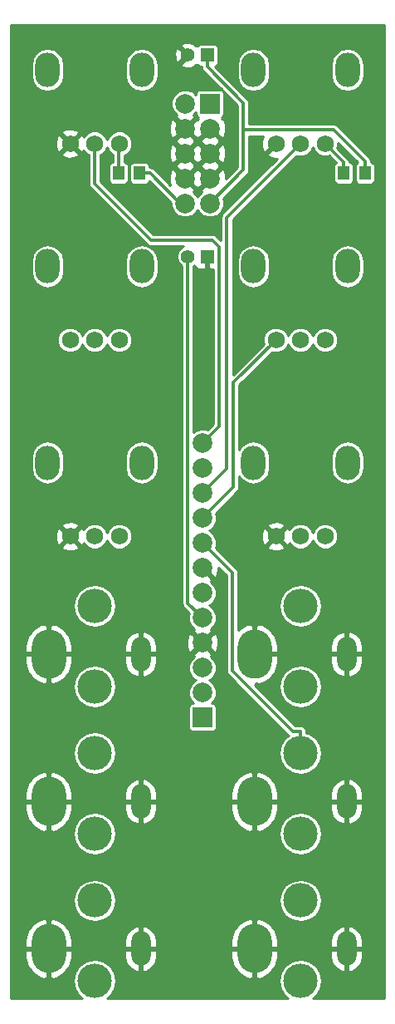
<source format=gtl>
G04 (created by PCBNEW (2013-07-07 BZR 4022)-stable) date 2014-05-25 11:12:15 PM*
%MOIN*%
G04 Gerber Fmt 3.4, Leading zero omitted, Abs format*
%FSLAX34Y34*%
G01*
G70*
G90*
G04 APERTURE LIST*
%ADD10C,0.00590551*%
%ADD11R,0.045X0.055*%
%ADD12O,0.137795X0.19685*%
%ADD13O,0.0787402X0.137795*%
%ADD14O,0.137795X0.137795*%
%ADD15R,0.0787X0.0787*%
%ADD16C,0.0787*%
%ADD17O,0.0984252X0.137795*%
%ADD18C,0.0688976*%
%ADD19R,0.0551181X0.0551181*%
%ADD20C,0.0551181*%
%ADD21C,0.014*%
%ADD22C,0.012*%
%ADD23C,0.01*%
G04 APERTURE END LIST*
G54D10*
G54D11*
X94716Y-48228D03*
X93866Y-48228D03*
X85661Y-48228D03*
X84811Y-48228D03*
G54D12*
X90275Y-73425D03*
G54D13*
X93976Y-73425D03*
G54D14*
X92125Y-71496D03*
X92125Y-74724D03*
G54D12*
X82007Y-73425D03*
G54D13*
X85708Y-73425D03*
G54D14*
X83858Y-71496D03*
X83858Y-74724D03*
G54D12*
X90275Y-79330D03*
G54D13*
X93976Y-79330D03*
G54D14*
X92125Y-77401D03*
X92125Y-80629D03*
G54D12*
X82007Y-79330D03*
G54D13*
X85708Y-79330D03*
G54D14*
X83858Y-77401D03*
X83858Y-80629D03*
G54D12*
X82007Y-67519D03*
G54D13*
X85708Y-67519D03*
G54D14*
X83858Y-65590D03*
X83858Y-68818D03*
G54D12*
X90275Y-67519D03*
G54D13*
X93976Y-67519D03*
G54D14*
X92125Y-65590D03*
X92125Y-68818D03*
G54D15*
X88188Y-70066D03*
G54D16*
X88188Y-69066D03*
X88188Y-68066D03*
X88188Y-67066D03*
X88188Y-66066D03*
X88188Y-65066D03*
X88188Y-64066D03*
X88188Y-63066D03*
X88188Y-62066D03*
X88188Y-61066D03*
X88188Y-60066D03*
X88188Y-59066D03*
X88492Y-48440D03*
X88492Y-47440D03*
X88492Y-49440D03*
X88492Y-46440D03*
G54D15*
X88492Y-45440D03*
G54D16*
X87492Y-45440D03*
X87492Y-46440D03*
X87492Y-47440D03*
X87492Y-48440D03*
X87492Y-49440D03*
G54D17*
X94015Y-59842D03*
X90236Y-59842D03*
G54D18*
X93110Y-62795D03*
X92125Y-62795D03*
X91141Y-62795D03*
G54D17*
X85748Y-44094D03*
X81968Y-44094D03*
G54D18*
X84842Y-47047D03*
X83858Y-47047D03*
X82874Y-47047D03*
G54D17*
X85748Y-51968D03*
X81968Y-51968D03*
G54D18*
X84842Y-54921D03*
X83858Y-54921D03*
X82874Y-54921D03*
G54D17*
X85748Y-59842D03*
X81968Y-59842D03*
G54D18*
X84842Y-62795D03*
X83858Y-62795D03*
X82874Y-62795D03*
G54D17*
X94015Y-51968D03*
X90236Y-51968D03*
G54D18*
X93110Y-54921D03*
X92125Y-54921D03*
X91141Y-54921D03*
G54D17*
X94015Y-44094D03*
X90236Y-44094D03*
G54D18*
X93110Y-47047D03*
X92125Y-47047D03*
X91141Y-47047D03*
G54D19*
X88385Y-43503D03*
G54D20*
X87598Y-43503D03*
G54D19*
X88385Y-51574D03*
G54D20*
X87598Y-51574D03*
G54D21*
X94716Y-48228D02*
X94716Y-47763D01*
X93457Y-46504D02*
X89828Y-46504D01*
X94716Y-47763D02*
X93457Y-46504D01*
X89828Y-45412D02*
X89828Y-46504D01*
X88385Y-43969D02*
X89828Y-45412D01*
X89828Y-48104D02*
X88492Y-49440D01*
X89828Y-46504D02*
X89828Y-48104D01*
X88385Y-43503D02*
X88385Y-43969D01*
X87288Y-49440D02*
X86076Y-48228D01*
X87492Y-49440D02*
X87288Y-49440D01*
X85661Y-48228D02*
X86076Y-48228D01*
X87598Y-65476D02*
X87598Y-51574D01*
X88188Y-66066D02*
X87598Y-65476D01*
X83858Y-47047D02*
X83858Y-48641D01*
X83858Y-48641D02*
X86138Y-50921D01*
X88851Y-58404D02*
X88188Y-59066D01*
X86138Y-50921D02*
X88573Y-50921D01*
X88573Y-50921D02*
X88851Y-51199D01*
X88851Y-51199D02*
X88851Y-58404D01*
X89427Y-56635D02*
X91141Y-54921D01*
X89427Y-60828D02*
X89427Y-56635D01*
X88188Y-62066D02*
X89427Y-60828D01*
X89167Y-60088D02*
X88188Y-61066D01*
X89167Y-50005D02*
X89167Y-60088D01*
X92125Y-47047D02*
X89167Y-50005D01*
X91807Y-70616D02*
X92125Y-70616D01*
X89387Y-68196D02*
X91807Y-70616D01*
X89387Y-64265D02*
X89387Y-68196D01*
X88188Y-63066D02*
X89387Y-64265D01*
X92125Y-71496D02*
X92125Y-70616D01*
G54D22*
X84811Y-47078D02*
X84811Y-48228D01*
X84842Y-47047D02*
X84811Y-47078D01*
X93866Y-47803D02*
X93110Y-47047D01*
X93866Y-48228D02*
X93866Y-47803D01*
G54D10*
G36*
X88611Y-58304D02*
X88380Y-58536D01*
X88301Y-58503D01*
X88077Y-58503D01*
X87870Y-58588D01*
X87838Y-58620D01*
X87838Y-51957D01*
X87850Y-51952D01*
X87872Y-51930D01*
X87898Y-51992D01*
X87968Y-52062D01*
X88060Y-52100D01*
X88273Y-52100D01*
X88335Y-52037D01*
X88335Y-51624D01*
X88327Y-51624D01*
X88327Y-51524D01*
X88335Y-51524D01*
X88335Y-51516D01*
X88435Y-51516D01*
X88435Y-51524D01*
X88443Y-51524D01*
X88443Y-51624D01*
X88435Y-51624D01*
X88435Y-52037D01*
X88498Y-52100D01*
X88611Y-52100D01*
X88611Y-58304D01*
X88611Y-58304D01*
G37*
G54D23*
X88611Y-58304D02*
X88380Y-58536D01*
X88301Y-58503D01*
X88077Y-58503D01*
X87870Y-58588D01*
X87838Y-58620D01*
X87838Y-51957D01*
X87850Y-51952D01*
X87872Y-51930D01*
X87898Y-51992D01*
X87968Y-52062D01*
X88060Y-52100D01*
X88273Y-52100D01*
X88335Y-52037D01*
X88335Y-51624D01*
X88327Y-51624D01*
X88327Y-51524D01*
X88335Y-51524D01*
X88335Y-51516D01*
X88435Y-51516D01*
X88435Y-51524D01*
X88443Y-51524D01*
X88443Y-51624D01*
X88435Y-51624D01*
X88435Y-52037D01*
X88498Y-52100D01*
X88611Y-52100D01*
X88611Y-58304D01*
G54D10*
G36*
X95499Y-81326D02*
X95111Y-81326D01*
X95111Y-48469D01*
X95111Y-47919D01*
X95085Y-47857D01*
X95037Y-47809D01*
X94975Y-47783D01*
X94956Y-47783D01*
X94956Y-47763D01*
X94938Y-47671D01*
X94886Y-47593D01*
X94886Y-47593D01*
X94677Y-47385D01*
X94677Y-44308D01*
X94677Y-43880D01*
X94627Y-43627D01*
X94483Y-43412D01*
X94269Y-43269D01*
X94015Y-43218D01*
X93762Y-43269D01*
X93547Y-43412D01*
X93404Y-43627D01*
X93353Y-43880D01*
X93353Y-44308D01*
X93404Y-44561D01*
X93547Y-44776D01*
X93762Y-44919D01*
X94015Y-44970D01*
X94269Y-44919D01*
X94483Y-44776D01*
X94627Y-44561D01*
X94677Y-44308D01*
X94677Y-47385D01*
X93627Y-46334D01*
X93549Y-46282D01*
X93457Y-46264D01*
X90898Y-46264D01*
X90898Y-44308D01*
X90898Y-43880D01*
X90847Y-43627D01*
X90704Y-43412D01*
X90489Y-43269D01*
X90236Y-43218D01*
X89982Y-43269D01*
X89768Y-43412D01*
X89624Y-43627D01*
X89574Y-43880D01*
X89574Y-44308D01*
X89624Y-44561D01*
X89768Y-44776D01*
X89982Y-44919D01*
X90236Y-44970D01*
X90489Y-44919D01*
X90704Y-44776D01*
X90847Y-44561D01*
X90898Y-44308D01*
X90898Y-46264D01*
X90068Y-46264D01*
X90068Y-45412D01*
X90050Y-45320D01*
X89998Y-45242D01*
X88702Y-43946D01*
X88757Y-43923D01*
X88805Y-43875D01*
X88831Y-43813D01*
X88831Y-43745D01*
X88831Y-43194D01*
X88805Y-43132D01*
X88757Y-43084D01*
X88695Y-43058D01*
X88627Y-43058D01*
X88076Y-43058D01*
X88014Y-43084D01*
X87974Y-43123D01*
X87941Y-43090D01*
X87895Y-43135D01*
X87871Y-43042D01*
X87674Y-42973D01*
X87465Y-42984D01*
X87325Y-43042D01*
X87300Y-43135D01*
X87598Y-43433D01*
X87603Y-43427D01*
X87674Y-43498D01*
X87669Y-43503D01*
X87674Y-43509D01*
X87603Y-43580D01*
X87598Y-43574D01*
X87527Y-43645D01*
X87527Y-43503D01*
X87230Y-43206D01*
X87137Y-43230D01*
X87067Y-43428D01*
X87079Y-43636D01*
X87137Y-43777D01*
X87230Y-43801D01*
X87527Y-43503D01*
X87527Y-43645D01*
X87300Y-43872D01*
X87325Y-43964D01*
X87522Y-44034D01*
X87731Y-44023D01*
X87871Y-43964D01*
X87895Y-43872D01*
X87895Y-43872D01*
X87941Y-43917D01*
X87974Y-43884D01*
X88013Y-43923D01*
X88076Y-43949D01*
X88143Y-43949D01*
X88145Y-43949D01*
X88145Y-43969D01*
X88164Y-44061D01*
X88216Y-44139D01*
X88978Y-44902D01*
X88919Y-44877D01*
X88851Y-44877D01*
X88064Y-44877D01*
X88002Y-44903D01*
X87954Y-44951D01*
X87928Y-45013D01*
X87928Y-45080D01*
X87895Y-45047D01*
X87811Y-44963D01*
X87604Y-44877D01*
X87380Y-44877D01*
X87173Y-44962D01*
X87014Y-45121D01*
X86928Y-45328D01*
X86928Y-45552D01*
X87014Y-45759D01*
X87144Y-45890D01*
X87109Y-45987D01*
X87492Y-46370D01*
X87875Y-45987D01*
X87839Y-45890D01*
X87928Y-45801D01*
X87928Y-45868D01*
X87954Y-45930D01*
X88002Y-45978D01*
X88020Y-45986D01*
X87993Y-46013D01*
X88038Y-46058D01*
X87992Y-46075D01*
X87945Y-46058D01*
X87562Y-46440D01*
X87945Y-46823D01*
X87992Y-46806D01*
X88038Y-46823D01*
X88421Y-46440D01*
X88415Y-46435D01*
X88486Y-46364D01*
X88492Y-46370D01*
X88497Y-46364D01*
X88568Y-46435D01*
X88562Y-46440D01*
X88945Y-46823D01*
X89050Y-46785D01*
X89139Y-46545D01*
X89130Y-46289D01*
X89050Y-46096D01*
X88945Y-46058D01*
X88990Y-46013D01*
X88963Y-45986D01*
X88981Y-45978D01*
X89029Y-45930D01*
X89055Y-45868D01*
X89055Y-45800D01*
X89055Y-45013D01*
X89031Y-44954D01*
X89588Y-45511D01*
X89588Y-46504D01*
X89588Y-48004D01*
X89139Y-48453D01*
X89139Y-47545D01*
X89130Y-47289D01*
X89050Y-47096D01*
X88945Y-47058D01*
X88875Y-47128D01*
X88875Y-46987D01*
X88857Y-46940D01*
X88875Y-46894D01*
X88492Y-46511D01*
X88421Y-46582D01*
X88109Y-46894D01*
X88126Y-46940D01*
X88109Y-46987D01*
X88492Y-47370D01*
X88875Y-46987D01*
X88875Y-47128D01*
X88562Y-47440D01*
X88945Y-47823D01*
X89050Y-47785D01*
X89139Y-47545D01*
X89139Y-48453D01*
X89136Y-48456D01*
X89130Y-48289D01*
X89050Y-48096D01*
X88945Y-48058D01*
X88875Y-48128D01*
X88875Y-47987D01*
X88857Y-47940D01*
X88875Y-47894D01*
X88492Y-47511D01*
X88421Y-47582D01*
X88421Y-47440D01*
X88038Y-47058D01*
X87992Y-47075D01*
X87945Y-47058D01*
X87875Y-47128D01*
X87875Y-46987D01*
X87857Y-46940D01*
X87875Y-46894D01*
X87492Y-46511D01*
X87421Y-46582D01*
X87421Y-46440D01*
X87038Y-46058D01*
X86933Y-46096D01*
X86844Y-46336D01*
X86853Y-46592D01*
X86933Y-46785D01*
X87038Y-46823D01*
X87421Y-46440D01*
X87421Y-46582D01*
X87109Y-46894D01*
X87126Y-46940D01*
X87109Y-46987D01*
X87492Y-47370D01*
X87875Y-46987D01*
X87875Y-47128D01*
X87562Y-47440D01*
X87945Y-47823D01*
X87992Y-47806D01*
X88038Y-47823D01*
X88421Y-47440D01*
X88421Y-47582D01*
X88109Y-47894D01*
X88126Y-47940D01*
X88109Y-47987D01*
X88492Y-48370D01*
X88875Y-47987D01*
X88875Y-48128D01*
X88562Y-48440D01*
X88568Y-48446D01*
X88497Y-48517D01*
X88492Y-48511D01*
X88421Y-48582D01*
X88421Y-48440D01*
X88038Y-48058D01*
X87992Y-48075D01*
X87945Y-48058D01*
X87875Y-48128D01*
X87875Y-47987D01*
X87857Y-47940D01*
X87875Y-47894D01*
X87492Y-47511D01*
X87421Y-47582D01*
X87421Y-47440D01*
X87038Y-47058D01*
X86933Y-47096D01*
X86844Y-47336D01*
X86853Y-47592D01*
X86933Y-47785D01*
X87038Y-47823D01*
X87421Y-47440D01*
X87421Y-47582D01*
X87109Y-47894D01*
X87126Y-47940D01*
X87109Y-47987D01*
X87492Y-48370D01*
X87875Y-47987D01*
X87875Y-48128D01*
X87562Y-48440D01*
X87945Y-48823D01*
X87992Y-48806D01*
X88038Y-48823D01*
X88421Y-48440D01*
X88421Y-48582D01*
X88109Y-48894D01*
X88144Y-48991D01*
X88014Y-49121D01*
X87992Y-49175D01*
X87970Y-49122D01*
X87839Y-48991D01*
X87875Y-48894D01*
X87492Y-48511D01*
X87486Y-48517D01*
X87415Y-48446D01*
X87421Y-48440D01*
X87038Y-48058D01*
X86933Y-48096D01*
X86844Y-48336D01*
X86853Y-48592D01*
X86905Y-48718D01*
X86410Y-48222D01*
X86410Y-44308D01*
X86410Y-43880D01*
X86359Y-43627D01*
X86216Y-43412D01*
X86001Y-43269D01*
X85748Y-43218D01*
X85494Y-43269D01*
X85279Y-43412D01*
X85136Y-43627D01*
X85085Y-43880D01*
X85085Y-44308D01*
X85136Y-44561D01*
X85279Y-44776D01*
X85494Y-44919D01*
X85748Y-44970D01*
X86001Y-44919D01*
X86216Y-44776D01*
X86359Y-44561D01*
X86410Y-44308D01*
X86410Y-48222D01*
X86246Y-48058D01*
X86168Y-48006D01*
X86076Y-47988D01*
X86056Y-47988D01*
X86056Y-47919D01*
X86030Y-47857D01*
X85982Y-47809D01*
X85920Y-47783D01*
X85852Y-47783D01*
X85402Y-47783D01*
X85340Y-47809D01*
X85292Y-47856D01*
X85266Y-47919D01*
X85266Y-47987D01*
X85266Y-48537D01*
X85292Y-48599D01*
X85339Y-48647D01*
X85402Y-48673D01*
X85469Y-48673D01*
X85919Y-48673D01*
X85982Y-48647D01*
X86030Y-48599D01*
X86053Y-48544D01*
X86928Y-49420D01*
X86928Y-49552D01*
X87014Y-49759D01*
X87172Y-49918D01*
X87379Y-50004D01*
X87603Y-50004D01*
X87810Y-49918D01*
X87969Y-49760D01*
X87992Y-49706D01*
X88014Y-49759D01*
X88172Y-49918D01*
X88379Y-50004D01*
X88603Y-50004D01*
X88810Y-49918D01*
X88969Y-49760D01*
X89055Y-49553D01*
X89055Y-49329D01*
X89022Y-49249D01*
X89998Y-48274D01*
X89998Y-48274D01*
X90050Y-48196D01*
X90068Y-48104D01*
X90068Y-48104D01*
X90068Y-46744D01*
X90619Y-46744D01*
X90542Y-46954D01*
X90552Y-47191D01*
X90623Y-47361D01*
X90723Y-47394D01*
X91071Y-47047D01*
X91065Y-47041D01*
X91136Y-46970D01*
X91141Y-46976D01*
X91147Y-46970D01*
X91218Y-47041D01*
X91212Y-47047D01*
X91218Y-47052D01*
X91147Y-47123D01*
X91141Y-47117D01*
X90794Y-47465D01*
X90827Y-47565D01*
X91049Y-47646D01*
X91193Y-47640D01*
X88998Y-49835D01*
X88945Y-49913D01*
X88927Y-50005D01*
X88927Y-50936D01*
X88743Y-50752D01*
X88665Y-50700D01*
X88573Y-50681D01*
X86237Y-50681D01*
X84098Y-48542D01*
X84098Y-47504D01*
X84149Y-47483D01*
X84294Y-47339D01*
X84350Y-47203D01*
X84406Y-47338D01*
X84550Y-47483D01*
X84581Y-47495D01*
X84581Y-47783D01*
X84552Y-47783D01*
X84490Y-47809D01*
X84442Y-47856D01*
X84416Y-47919D01*
X84416Y-47987D01*
X84416Y-48537D01*
X84442Y-48599D01*
X84489Y-48647D01*
X84552Y-48673D01*
X84619Y-48673D01*
X85069Y-48673D01*
X85132Y-48647D01*
X85180Y-48599D01*
X85206Y-48537D01*
X85206Y-48469D01*
X85206Y-47919D01*
X85180Y-47857D01*
X85132Y-47809D01*
X85070Y-47783D01*
X85041Y-47783D01*
X85041Y-47521D01*
X85133Y-47483D01*
X85278Y-47339D01*
X85356Y-47150D01*
X85357Y-46945D01*
X85278Y-46756D01*
X85134Y-46611D01*
X84945Y-46532D01*
X84740Y-46532D01*
X84551Y-46610D01*
X84406Y-46755D01*
X84350Y-46890D01*
X84294Y-46756D01*
X84150Y-46611D01*
X83961Y-46532D01*
X83756Y-46532D01*
X83567Y-46610D01*
X83422Y-46755D01*
X83411Y-46780D01*
X83392Y-46732D01*
X83292Y-46699D01*
X83221Y-46770D01*
X83221Y-46629D01*
X83188Y-46529D01*
X82966Y-46448D01*
X82730Y-46458D01*
X82630Y-46499D01*
X82630Y-44308D01*
X82630Y-43880D01*
X82580Y-43627D01*
X82436Y-43412D01*
X82221Y-43269D01*
X81968Y-43218D01*
X81715Y-43269D01*
X81500Y-43412D01*
X81356Y-43627D01*
X81306Y-43880D01*
X81306Y-44308D01*
X81356Y-44561D01*
X81500Y-44776D01*
X81715Y-44919D01*
X81968Y-44970D01*
X82221Y-44919D01*
X82436Y-44776D01*
X82580Y-44561D01*
X82630Y-44308D01*
X82630Y-46499D01*
X82559Y-46529D01*
X82526Y-46629D01*
X82874Y-46976D01*
X83221Y-46629D01*
X83221Y-46770D01*
X82944Y-47047D01*
X83292Y-47394D01*
X83392Y-47361D01*
X83410Y-47311D01*
X83421Y-47338D01*
X83566Y-47483D01*
X83618Y-47504D01*
X83618Y-48641D01*
X83636Y-48733D01*
X83688Y-48811D01*
X85968Y-51091D01*
X85968Y-51091D01*
X86046Y-51143D01*
X86138Y-51161D01*
X86138Y-51161D01*
X87431Y-51161D01*
X87346Y-51196D01*
X87220Y-51322D01*
X87152Y-51485D01*
X87152Y-51663D01*
X87220Y-51826D01*
X87345Y-51952D01*
X87358Y-51957D01*
X87358Y-65476D01*
X87376Y-65568D01*
X87428Y-65646D01*
X87658Y-65875D01*
X87625Y-65954D01*
X87625Y-66178D01*
X87710Y-66385D01*
X87841Y-66516D01*
X87806Y-66613D01*
X88188Y-66996D01*
X88571Y-66613D01*
X88536Y-66516D01*
X88666Y-66386D01*
X88752Y-66179D01*
X88752Y-65955D01*
X88666Y-65748D01*
X88508Y-65589D01*
X88454Y-65566D01*
X88507Y-65544D01*
X88666Y-65386D01*
X88752Y-65179D01*
X88752Y-64955D01*
X88666Y-64748D01*
X88536Y-64617D01*
X88571Y-64520D01*
X88188Y-64137D01*
X88183Y-64143D01*
X88112Y-64072D01*
X88118Y-64066D01*
X88112Y-64061D01*
X88183Y-63990D01*
X88188Y-63996D01*
X88194Y-63990D01*
X88265Y-64061D01*
X88259Y-64066D01*
X88642Y-64449D01*
X88747Y-64411D01*
X88836Y-64171D01*
X88832Y-64049D01*
X89147Y-64364D01*
X89147Y-68196D01*
X89165Y-68288D01*
X89217Y-68366D01*
X91637Y-70786D01*
X91637Y-70786D01*
X91646Y-70792D01*
X91646Y-70792D01*
X91501Y-70888D01*
X91315Y-71167D01*
X91250Y-71496D01*
X91315Y-71824D01*
X91501Y-72103D01*
X91780Y-72289D01*
X92109Y-72355D01*
X92142Y-72355D01*
X92471Y-72289D01*
X92750Y-72103D01*
X92936Y-71824D01*
X93001Y-71496D01*
X93001Y-68818D01*
X93001Y-65590D01*
X92936Y-65261D01*
X92750Y-64983D01*
X92471Y-64796D01*
X92142Y-64731D01*
X92109Y-64731D01*
X91780Y-64796D01*
X91501Y-64983D01*
X91489Y-65002D01*
X91489Y-63213D01*
X91141Y-62865D01*
X91071Y-62936D01*
X91071Y-62795D01*
X90723Y-62447D01*
X90623Y-62480D01*
X90542Y-62702D01*
X90552Y-62939D01*
X90623Y-63109D01*
X90723Y-63142D01*
X91071Y-62795D01*
X91071Y-62936D01*
X90794Y-63213D01*
X90827Y-63313D01*
X91049Y-63394D01*
X91285Y-63384D01*
X91456Y-63313D01*
X91489Y-63213D01*
X91489Y-65002D01*
X91315Y-65261D01*
X91250Y-65590D01*
X91315Y-65919D01*
X91501Y-66197D01*
X91780Y-66384D01*
X92109Y-66449D01*
X92142Y-66449D01*
X92471Y-66384D01*
X92750Y-66197D01*
X92936Y-65919D01*
X93001Y-65590D01*
X93001Y-68818D01*
X92936Y-68490D01*
X92750Y-68211D01*
X92471Y-68025D01*
X92142Y-67959D01*
X92109Y-67959D01*
X91780Y-68025D01*
X91501Y-68211D01*
X91315Y-68490D01*
X91250Y-68818D01*
X91315Y-69147D01*
X91501Y-69426D01*
X91780Y-69612D01*
X92109Y-69677D01*
X92142Y-69677D01*
X92471Y-69612D01*
X92750Y-69426D01*
X92936Y-69147D01*
X93001Y-68818D01*
X93001Y-71496D01*
X92936Y-71167D01*
X92750Y-70888D01*
X92471Y-70702D01*
X92365Y-70681D01*
X92365Y-70616D01*
X92347Y-70525D01*
X92295Y-70447D01*
X92217Y-70395D01*
X92125Y-70376D01*
X91906Y-70376D01*
X91214Y-69684D01*
X90283Y-68753D01*
X90325Y-68753D01*
X90325Y-68690D01*
X90471Y-68733D01*
X90588Y-68701D01*
X90904Y-68514D01*
X91123Y-68220D01*
X91214Y-67864D01*
X91214Y-67569D01*
X91214Y-67469D01*
X91214Y-67174D01*
X91123Y-66818D01*
X90904Y-66525D01*
X90588Y-66337D01*
X90471Y-66306D01*
X90325Y-66349D01*
X90325Y-67469D01*
X91214Y-67469D01*
X91214Y-67569D01*
X90325Y-67569D01*
X90325Y-67577D01*
X90225Y-67577D01*
X90225Y-67569D01*
X90217Y-67569D01*
X90217Y-67469D01*
X90225Y-67469D01*
X90225Y-66349D01*
X90079Y-66306D01*
X89962Y-66337D01*
X89646Y-66525D01*
X89627Y-66551D01*
X89627Y-64265D01*
X89627Y-64265D01*
X89609Y-64173D01*
X89556Y-64095D01*
X89556Y-64095D01*
X88719Y-63258D01*
X88752Y-63179D01*
X88752Y-62955D01*
X88666Y-62748D01*
X88508Y-62589D01*
X88454Y-62566D01*
X88507Y-62544D01*
X88666Y-62386D01*
X88752Y-62179D01*
X88752Y-61955D01*
X88719Y-61875D01*
X89597Y-60997D01*
X89649Y-60919D01*
X89667Y-60828D01*
X89667Y-60828D01*
X89667Y-60374D01*
X89768Y-60524D01*
X89982Y-60667D01*
X90236Y-60718D01*
X90489Y-60667D01*
X90704Y-60524D01*
X90847Y-60309D01*
X90898Y-60056D01*
X90898Y-59628D01*
X90847Y-59375D01*
X90704Y-59160D01*
X90489Y-59017D01*
X90236Y-58966D01*
X89982Y-59017D01*
X89768Y-59160D01*
X89667Y-59310D01*
X89667Y-56734D01*
X90987Y-55414D01*
X91038Y-55435D01*
X91243Y-55435D01*
X91432Y-55357D01*
X91577Y-55213D01*
X91633Y-55077D01*
X91689Y-55212D01*
X91834Y-55357D01*
X92023Y-55435D01*
X92227Y-55435D01*
X92417Y-55357D01*
X92561Y-55213D01*
X92618Y-55077D01*
X92673Y-55212D01*
X92818Y-55357D01*
X93007Y-55435D01*
X93212Y-55435D01*
X93401Y-55357D01*
X93546Y-55213D01*
X93624Y-55024D01*
X93624Y-54819D01*
X93546Y-54630D01*
X93402Y-54485D01*
X93213Y-54406D01*
X93008Y-54406D01*
X92819Y-54484D01*
X92674Y-54629D01*
X92618Y-54764D01*
X92562Y-54630D01*
X92417Y-54485D01*
X92228Y-54406D01*
X92024Y-54406D01*
X91834Y-54484D01*
X91690Y-54629D01*
X91633Y-54764D01*
X91578Y-54630D01*
X91433Y-54485D01*
X91244Y-54406D01*
X91039Y-54406D01*
X90898Y-54465D01*
X90898Y-52182D01*
X90898Y-51754D01*
X90847Y-51501D01*
X90704Y-51286D01*
X90489Y-51143D01*
X90236Y-51092D01*
X89982Y-51143D01*
X89768Y-51286D01*
X89624Y-51501D01*
X89574Y-51754D01*
X89574Y-52182D01*
X89624Y-52435D01*
X89768Y-52650D01*
X89982Y-52793D01*
X90236Y-52844D01*
X90489Y-52793D01*
X90704Y-52650D01*
X90847Y-52435D01*
X90898Y-52182D01*
X90898Y-54465D01*
X90850Y-54484D01*
X90705Y-54629D01*
X90627Y-54818D01*
X90627Y-55023D01*
X90648Y-55075D01*
X89407Y-56315D01*
X89407Y-50104D01*
X91972Y-47540D01*
X92023Y-47561D01*
X92227Y-47561D01*
X92417Y-47483D01*
X92561Y-47339D01*
X92618Y-47203D01*
X92673Y-47338D01*
X92818Y-47483D01*
X93007Y-47561D01*
X93212Y-47561D01*
X93273Y-47536D01*
X93546Y-47808D01*
X93545Y-47809D01*
X93497Y-47856D01*
X93471Y-47919D01*
X93471Y-47987D01*
X93471Y-48537D01*
X93497Y-48599D01*
X93544Y-48647D01*
X93607Y-48673D01*
X93675Y-48673D01*
X94125Y-48673D01*
X94187Y-48647D01*
X94235Y-48599D01*
X94261Y-48537D01*
X94261Y-48469D01*
X94261Y-47919D01*
X94235Y-47857D01*
X94187Y-47809D01*
X94125Y-47783D01*
X94092Y-47783D01*
X94078Y-47715D01*
X94078Y-47715D01*
X94028Y-47640D01*
X93599Y-47211D01*
X93624Y-47150D01*
X93624Y-47011D01*
X94414Y-47801D01*
X94395Y-47809D01*
X94347Y-47856D01*
X94321Y-47919D01*
X94321Y-47987D01*
X94321Y-48537D01*
X94347Y-48599D01*
X94394Y-48647D01*
X94457Y-48673D01*
X94525Y-48673D01*
X94975Y-48673D01*
X95037Y-48647D01*
X95085Y-48599D01*
X95111Y-48537D01*
X95111Y-48469D01*
X95111Y-81326D01*
X94677Y-81326D01*
X94677Y-60056D01*
X94677Y-59628D01*
X94677Y-52182D01*
X94677Y-51754D01*
X94627Y-51501D01*
X94483Y-51286D01*
X94269Y-51143D01*
X94015Y-51092D01*
X93762Y-51143D01*
X93547Y-51286D01*
X93404Y-51501D01*
X93353Y-51754D01*
X93353Y-52182D01*
X93404Y-52435D01*
X93547Y-52650D01*
X93762Y-52793D01*
X94015Y-52844D01*
X94269Y-52793D01*
X94483Y-52650D01*
X94627Y-52435D01*
X94677Y-52182D01*
X94677Y-59628D01*
X94627Y-59375D01*
X94483Y-59160D01*
X94269Y-59017D01*
X94015Y-58966D01*
X93762Y-59017D01*
X93547Y-59160D01*
X93404Y-59375D01*
X93353Y-59628D01*
X93353Y-60056D01*
X93404Y-60309D01*
X93547Y-60524D01*
X93762Y-60667D01*
X94015Y-60718D01*
X94269Y-60667D01*
X94483Y-60524D01*
X94627Y-60309D01*
X94677Y-60056D01*
X94677Y-81326D01*
X94620Y-81326D01*
X94620Y-79675D01*
X94620Y-79380D01*
X94620Y-79280D01*
X94620Y-78985D01*
X94620Y-73770D01*
X94620Y-73475D01*
X94620Y-73375D01*
X94620Y-73079D01*
X94620Y-67864D01*
X94620Y-67569D01*
X94620Y-67469D01*
X94620Y-67174D01*
X94551Y-66931D01*
X94396Y-66733D01*
X94176Y-66610D01*
X94126Y-66598D01*
X94026Y-66645D01*
X94026Y-67469D01*
X94620Y-67469D01*
X94620Y-67569D01*
X94026Y-67569D01*
X94026Y-68394D01*
X94126Y-68440D01*
X94176Y-68428D01*
X94396Y-68305D01*
X94551Y-68107D01*
X94620Y-67864D01*
X94620Y-73079D01*
X94551Y-72837D01*
X94396Y-72639D01*
X94176Y-72516D01*
X94126Y-72503D01*
X94026Y-72550D01*
X94026Y-73375D01*
X94620Y-73375D01*
X94620Y-73475D01*
X94026Y-73475D01*
X94026Y-74299D01*
X94126Y-74346D01*
X94176Y-74334D01*
X94396Y-74210D01*
X94551Y-74013D01*
X94620Y-73770D01*
X94620Y-78985D01*
X94551Y-78742D01*
X94396Y-78544D01*
X94176Y-78421D01*
X94126Y-78409D01*
X94026Y-78456D01*
X94026Y-79280D01*
X94620Y-79280D01*
X94620Y-79380D01*
X94026Y-79380D01*
X94026Y-80205D01*
X94126Y-80252D01*
X94176Y-80239D01*
X94396Y-80116D01*
X94551Y-79918D01*
X94620Y-79675D01*
X94620Y-81326D01*
X93926Y-81326D01*
X93926Y-80205D01*
X93926Y-79380D01*
X93926Y-79280D01*
X93926Y-78456D01*
X93926Y-74299D01*
X93926Y-73475D01*
X93926Y-73375D01*
X93926Y-72550D01*
X93926Y-68394D01*
X93926Y-67569D01*
X93926Y-67469D01*
X93926Y-66645D01*
X93826Y-66598D01*
X93776Y-66610D01*
X93624Y-66695D01*
X93624Y-62693D01*
X93546Y-62504D01*
X93402Y-62359D01*
X93213Y-62280D01*
X93008Y-62280D01*
X92819Y-62358D01*
X92674Y-62503D01*
X92618Y-62638D01*
X92562Y-62504D01*
X92417Y-62359D01*
X92228Y-62280D01*
X92024Y-62280D01*
X91834Y-62358D01*
X91690Y-62503D01*
X91679Y-62528D01*
X91659Y-62480D01*
X91559Y-62447D01*
X91489Y-62518D01*
X91489Y-62377D01*
X91456Y-62277D01*
X91234Y-62196D01*
X90997Y-62206D01*
X90827Y-62277D01*
X90794Y-62377D01*
X91141Y-62724D01*
X91489Y-62377D01*
X91489Y-62518D01*
X91212Y-62795D01*
X91559Y-63142D01*
X91659Y-63109D01*
X91678Y-63059D01*
X91689Y-63086D01*
X91834Y-63231D01*
X92023Y-63309D01*
X92227Y-63309D01*
X92417Y-63231D01*
X92561Y-63087D01*
X92618Y-62951D01*
X92673Y-63086D01*
X92818Y-63231D01*
X93007Y-63309D01*
X93212Y-63309D01*
X93401Y-63231D01*
X93546Y-63087D01*
X93624Y-62898D01*
X93624Y-62693D01*
X93624Y-66695D01*
X93556Y-66733D01*
X93400Y-66931D01*
X93332Y-67174D01*
X93332Y-67469D01*
X93926Y-67469D01*
X93926Y-67569D01*
X93332Y-67569D01*
X93332Y-67864D01*
X93400Y-68107D01*
X93556Y-68305D01*
X93776Y-68428D01*
X93826Y-68440D01*
X93926Y-68394D01*
X93926Y-72550D01*
X93826Y-72503D01*
X93776Y-72516D01*
X93556Y-72639D01*
X93400Y-72837D01*
X93332Y-73079D01*
X93332Y-73375D01*
X93926Y-73375D01*
X93926Y-73475D01*
X93332Y-73475D01*
X93332Y-73770D01*
X93400Y-74013D01*
X93556Y-74210D01*
X93776Y-74334D01*
X93826Y-74346D01*
X93926Y-74299D01*
X93926Y-78456D01*
X93826Y-78409D01*
X93776Y-78421D01*
X93556Y-78544D01*
X93400Y-78742D01*
X93332Y-78985D01*
X93332Y-79280D01*
X93926Y-79280D01*
X93926Y-79380D01*
X93332Y-79380D01*
X93332Y-79675D01*
X93400Y-79918D01*
X93556Y-80116D01*
X93776Y-80239D01*
X93826Y-80252D01*
X93926Y-80205D01*
X93926Y-81326D01*
X92616Y-81326D01*
X92750Y-81237D01*
X92936Y-80958D01*
X93001Y-80629D01*
X93001Y-77401D01*
X93001Y-74724D01*
X92936Y-74395D01*
X92750Y-74117D01*
X92471Y-73930D01*
X92142Y-73865D01*
X92109Y-73865D01*
X91780Y-73930D01*
X91501Y-74117D01*
X91315Y-74395D01*
X91250Y-74724D01*
X91315Y-75053D01*
X91501Y-75331D01*
X91780Y-75518D01*
X92109Y-75583D01*
X92142Y-75583D01*
X92471Y-75518D01*
X92750Y-75331D01*
X92936Y-75053D01*
X93001Y-74724D01*
X93001Y-77401D01*
X92936Y-77072D01*
X92750Y-76794D01*
X92471Y-76607D01*
X92142Y-76542D01*
X92109Y-76542D01*
X91780Y-76607D01*
X91501Y-76794D01*
X91315Y-77072D01*
X91250Y-77401D01*
X91315Y-77730D01*
X91501Y-78008D01*
X91780Y-78195D01*
X92109Y-78260D01*
X92142Y-78260D01*
X92471Y-78195D01*
X92750Y-78008D01*
X92936Y-77730D01*
X93001Y-77401D01*
X93001Y-80629D01*
X92936Y-80301D01*
X92750Y-80022D01*
X92471Y-79836D01*
X92142Y-79770D01*
X92109Y-79770D01*
X91780Y-79836D01*
X91501Y-80022D01*
X91315Y-80301D01*
X91250Y-80629D01*
X91315Y-80958D01*
X91501Y-81237D01*
X91635Y-81326D01*
X91214Y-81326D01*
X91214Y-79675D01*
X91214Y-79380D01*
X91214Y-79280D01*
X91214Y-78985D01*
X91214Y-73770D01*
X91214Y-73475D01*
X91214Y-73375D01*
X91214Y-73079D01*
X91123Y-72724D01*
X90904Y-72430D01*
X90588Y-72243D01*
X90471Y-72211D01*
X90325Y-72254D01*
X90325Y-73375D01*
X91214Y-73375D01*
X91214Y-73475D01*
X90325Y-73475D01*
X90325Y-74595D01*
X90471Y-74638D01*
X90588Y-74607D01*
X90904Y-74419D01*
X91123Y-74125D01*
X91214Y-73770D01*
X91214Y-78985D01*
X91123Y-78629D01*
X90904Y-78336D01*
X90588Y-78148D01*
X90471Y-78117D01*
X90325Y-78160D01*
X90325Y-79280D01*
X91214Y-79280D01*
X91214Y-79380D01*
X90325Y-79380D01*
X90325Y-80501D01*
X90471Y-80544D01*
X90588Y-80512D01*
X90904Y-80325D01*
X91123Y-80031D01*
X91214Y-79675D01*
X91214Y-81326D01*
X90225Y-81326D01*
X90225Y-80501D01*
X90225Y-79380D01*
X90225Y-79280D01*
X90225Y-78160D01*
X90225Y-74595D01*
X90225Y-73475D01*
X90225Y-73375D01*
X90225Y-72254D01*
X90079Y-72211D01*
X89962Y-72243D01*
X89646Y-72430D01*
X89427Y-72724D01*
X89336Y-73079D01*
X89336Y-73375D01*
X90225Y-73375D01*
X90225Y-73475D01*
X89336Y-73475D01*
X89336Y-73770D01*
X89427Y-74125D01*
X89646Y-74419D01*
X89962Y-74607D01*
X90079Y-74638D01*
X90225Y-74595D01*
X90225Y-78160D01*
X90079Y-78117D01*
X89962Y-78148D01*
X89646Y-78336D01*
X89427Y-78629D01*
X89336Y-78985D01*
X89336Y-79280D01*
X90225Y-79280D01*
X90225Y-79380D01*
X89336Y-79380D01*
X89336Y-79675D01*
X89427Y-80031D01*
X89646Y-80325D01*
X89962Y-80512D01*
X90079Y-80544D01*
X90225Y-80501D01*
X90225Y-81326D01*
X88836Y-81326D01*
X88836Y-67171D01*
X88827Y-66915D01*
X88747Y-66722D01*
X88642Y-66684D01*
X88259Y-67066D01*
X88642Y-67449D01*
X88747Y-67411D01*
X88836Y-67171D01*
X88836Y-81326D01*
X88752Y-81326D01*
X88752Y-68955D01*
X88666Y-68748D01*
X88508Y-68589D01*
X88454Y-68566D01*
X88507Y-68544D01*
X88666Y-68386D01*
X88752Y-68179D01*
X88752Y-67955D01*
X88666Y-67748D01*
X88536Y-67617D01*
X88571Y-67520D01*
X88188Y-67137D01*
X88118Y-67208D01*
X88118Y-67066D01*
X87735Y-66684D01*
X87630Y-66722D01*
X87541Y-66962D01*
X87550Y-67218D01*
X87630Y-67411D01*
X87735Y-67449D01*
X88118Y-67066D01*
X88118Y-67208D01*
X87806Y-67520D01*
X87841Y-67617D01*
X87711Y-67747D01*
X87625Y-67954D01*
X87625Y-68178D01*
X87710Y-68385D01*
X87869Y-68544D01*
X87923Y-68566D01*
X87870Y-68588D01*
X87711Y-68747D01*
X87625Y-68954D01*
X87625Y-69178D01*
X87710Y-69385D01*
X87828Y-69503D01*
X87761Y-69503D01*
X87699Y-69529D01*
X87651Y-69577D01*
X87625Y-69639D01*
X87625Y-69707D01*
X87625Y-70494D01*
X87651Y-70556D01*
X87699Y-70604D01*
X87761Y-70630D01*
X87829Y-70630D01*
X88616Y-70630D01*
X88678Y-70604D01*
X88726Y-70556D01*
X88752Y-70494D01*
X88752Y-70426D01*
X88752Y-69639D01*
X88726Y-69577D01*
X88678Y-69529D01*
X88616Y-69503D01*
X88549Y-69503D01*
X88666Y-69386D01*
X88752Y-69179D01*
X88752Y-68955D01*
X88752Y-81326D01*
X86410Y-81326D01*
X86410Y-60056D01*
X86410Y-59628D01*
X86410Y-52182D01*
X86410Y-51754D01*
X86359Y-51501D01*
X86216Y-51286D01*
X86001Y-51143D01*
X85748Y-51092D01*
X85494Y-51143D01*
X85279Y-51286D01*
X85136Y-51501D01*
X85085Y-51754D01*
X85085Y-52182D01*
X85136Y-52435D01*
X85279Y-52650D01*
X85494Y-52793D01*
X85748Y-52844D01*
X86001Y-52793D01*
X86216Y-52650D01*
X86359Y-52435D01*
X86410Y-52182D01*
X86410Y-59628D01*
X86359Y-59375D01*
X86216Y-59160D01*
X86001Y-59017D01*
X85748Y-58966D01*
X85494Y-59017D01*
X85357Y-59109D01*
X85357Y-54819D01*
X85278Y-54630D01*
X85134Y-54485D01*
X84945Y-54406D01*
X84740Y-54406D01*
X84551Y-54484D01*
X84406Y-54629D01*
X84350Y-54764D01*
X84294Y-54630D01*
X84150Y-54485D01*
X83961Y-54406D01*
X83756Y-54406D01*
X83567Y-54484D01*
X83422Y-54629D01*
X83366Y-54764D01*
X83310Y-54630D01*
X83221Y-54541D01*
X83221Y-47465D01*
X82874Y-47117D01*
X82803Y-47188D01*
X82803Y-47047D01*
X82455Y-46699D01*
X82355Y-46732D01*
X82274Y-46954D01*
X82285Y-47191D01*
X82355Y-47361D01*
X82455Y-47394D01*
X82803Y-47047D01*
X82803Y-47188D01*
X82526Y-47465D01*
X82559Y-47565D01*
X82781Y-47646D01*
X83017Y-47636D01*
X83188Y-47565D01*
X83221Y-47465D01*
X83221Y-54541D01*
X83165Y-54485D01*
X82976Y-54406D01*
X82772Y-54406D01*
X82630Y-54465D01*
X82630Y-52182D01*
X82630Y-51754D01*
X82580Y-51501D01*
X82436Y-51286D01*
X82221Y-51143D01*
X81968Y-51092D01*
X81715Y-51143D01*
X81500Y-51286D01*
X81356Y-51501D01*
X81306Y-51754D01*
X81306Y-52182D01*
X81356Y-52435D01*
X81500Y-52650D01*
X81715Y-52793D01*
X81968Y-52844D01*
X82221Y-52793D01*
X82436Y-52650D01*
X82580Y-52435D01*
X82630Y-52182D01*
X82630Y-54465D01*
X82582Y-54484D01*
X82438Y-54629D01*
X82359Y-54818D01*
X82359Y-55023D01*
X82437Y-55212D01*
X82582Y-55357D01*
X82771Y-55435D01*
X82975Y-55435D01*
X83165Y-55357D01*
X83309Y-55213D01*
X83366Y-55077D01*
X83421Y-55212D01*
X83566Y-55357D01*
X83755Y-55435D01*
X83960Y-55435D01*
X84149Y-55357D01*
X84294Y-55213D01*
X84350Y-55077D01*
X84406Y-55212D01*
X84550Y-55357D01*
X84739Y-55435D01*
X84944Y-55435D01*
X85133Y-55357D01*
X85278Y-55213D01*
X85356Y-55024D01*
X85357Y-54819D01*
X85357Y-59109D01*
X85279Y-59160D01*
X85136Y-59375D01*
X85085Y-59628D01*
X85085Y-60056D01*
X85136Y-60309D01*
X85279Y-60524D01*
X85494Y-60667D01*
X85748Y-60718D01*
X86001Y-60667D01*
X86216Y-60524D01*
X86359Y-60309D01*
X86410Y-60056D01*
X86410Y-81326D01*
X86352Y-81326D01*
X86352Y-79675D01*
X86352Y-79380D01*
X86352Y-79280D01*
X86352Y-78985D01*
X86352Y-73770D01*
X86352Y-73475D01*
X86352Y-73375D01*
X86352Y-73079D01*
X86352Y-67864D01*
X86352Y-67569D01*
X86352Y-67469D01*
X86352Y-67174D01*
X86284Y-66931D01*
X86128Y-66733D01*
X85908Y-66610D01*
X85858Y-66598D01*
X85758Y-66645D01*
X85758Y-67469D01*
X86352Y-67469D01*
X86352Y-67569D01*
X85758Y-67569D01*
X85758Y-68394D01*
X85858Y-68440D01*
X85908Y-68428D01*
X86128Y-68305D01*
X86284Y-68107D01*
X86352Y-67864D01*
X86352Y-73079D01*
X86284Y-72837D01*
X86128Y-72639D01*
X85908Y-72516D01*
X85858Y-72503D01*
X85758Y-72550D01*
X85758Y-73375D01*
X86352Y-73375D01*
X86352Y-73475D01*
X85758Y-73475D01*
X85758Y-74299D01*
X85858Y-74346D01*
X85908Y-74334D01*
X86128Y-74210D01*
X86284Y-74013D01*
X86352Y-73770D01*
X86352Y-78985D01*
X86284Y-78742D01*
X86128Y-78544D01*
X85908Y-78421D01*
X85858Y-78409D01*
X85758Y-78456D01*
X85758Y-79280D01*
X86352Y-79280D01*
X86352Y-79380D01*
X85758Y-79380D01*
X85758Y-80205D01*
X85858Y-80252D01*
X85908Y-80239D01*
X86128Y-80116D01*
X86284Y-79918D01*
X86352Y-79675D01*
X86352Y-81326D01*
X85658Y-81326D01*
X85658Y-80205D01*
X85658Y-79380D01*
X85658Y-79280D01*
X85658Y-78456D01*
X85658Y-74299D01*
X85658Y-73475D01*
X85658Y-73375D01*
X85658Y-72550D01*
X85658Y-68394D01*
X85658Y-67569D01*
X85658Y-67469D01*
X85658Y-66645D01*
X85558Y-66598D01*
X85508Y-66610D01*
X85357Y-66695D01*
X85357Y-62693D01*
X85278Y-62504D01*
X85134Y-62359D01*
X84945Y-62280D01*
X84740Y-62280D01*
X84551Y-62358D01*
X84406Y-62503D01*
X84350Y-62638D01*
X84294Y-62504D01*
X84150Y-62359D01*
X83961Y-62280D01*
X83756Y-62280D01*
X83567Y-62358D01*
X83422Y-62503D01*
X83411Y-62528D01*
X83392Y-62480D01*
X83292Y-62447D01*
X83221Y-62518D01*
X83221Y-62377D01*
X83188Y-62277D01*
X82966Y-62196D01*
X82730Y-62206D01*
X82630Y-62247D01*
X82630Y-60056D01*
X82630Y-59628D01*
X82580Y-59375D01*
X82436Y-59160D01*
X82221Y-59017D01*
X81968Y-58966D01*
X81715Y-59017D01*
X81500Y-59160D01*
X81356Y-59375D01*
X81306Y-59628D01*
X81306Y-60056D01*
X81356Y-60309D01*
X81500Y-60524D01*
X81715Y-60667D01*
X81968Y-60718D01*
X82221Y-60667D01*
X82436Y-60524D01*
X82580Y-60309D01*
X82630Y-60056D01*
X82630Y-62247D01*
X82559Y-62277D01*
X82526Y-62377D01*
X82874Y-62724D01*
X83221Y-62377D01*
X83221Y-62518D01*
X82944Y-62795D01*
X83292Y-63142D01*
X83392Y-63109D01*
X83410Y-63059D01*
X83421Y-63086D01*
X83566Y-63231D01*
X83755Y-63309D01*
X83960Y-63309D01*
X84149Y-63231D01*
X84294Y-63087D01*
X84350Y-62951D01*
X84406Y-63086D01*
X84550Y-63231D01*
X84739Y-63309D01*
X84944Y-63309D01*
X85133Y-63231D01*
X85278Y-63087D01*
X85356Y-62898D01*
X85357Y-62693D01*
X85357Y-66695D01*
X85288Y-66733D01*
X85133Y-66931D01*
X85064Y-67174D01*
X85064Y-67469D01*
X85658Y-67469D01*
X85658Y-67569D01*
X85064Y-67569D01*
X85064Y-67864D01*
X85133Y-68107D01*
X85288Y-68305D01*
X85508Y-68428D01*
X85558Y-68440D01*
X85658Y-68394D01*
X85658Y-72550D01*
X85558Y-72503D01*
X85508Y-72516D01*
X85288Y-72639D01*
X85133Y-72837D01*
X85064Y-73079D01*
X85064Y-73375D01*
X85658Y-73375D01*
X85658Y-73475D01*
X85064Y-73475D01*
X85064Y-73770D01*
X85133Y-74013D01*
X85288Y-74210D01*
X85508Y-74334D01*
X85558Y-74346D01*
X85658Y-74299D01*
X85658Y-78456D01*
X85558Y-78409D01*
X85508Y-78421D01*
X85288Y-78544D01*
X85133Y-78742D01*
X85064Y-78985D01*
X85064Y-79280D01*
X85658Y-79280D01*
X85658Y-79380D01*
X85064Y-79380D01*
X85064Y-79675D01*
X85133Y-79918D01*
X85288Y-80116D01*
X85508Y-80239D01*
X85558Y-80252D01*
X85658Y-80205D01*
X85658Y-81326D01*
X84349Y-81326D01*
X84482Y-81237D01*
X84668Y-80958D01*
X84734Y-80629D01*
X84734Y-77401D01*
X84734Y-74724D01*
X84734Y-71496D01*
X84734Y-68818D01*
X84734Y-65590D01*
X84668Y-65261D01*
X84482Y-64983D01*
X84203Y-64796D01*
X83875Y-64731D01*
X83841Y-64731D01*
X83512Y-64796D01*
X83234Y-64983D01*
X83221Y-65002D01*
X83221Y-63213D01*
X82874Y-62865D01*
X82803Y-62936D01*
X82803Y-62795D01*
X82455Y-62447D01*
X82355Y-62480D01*
X82274Y-62702D01*
X82285Y-62939D01*
X82355Y-63109D01*
X82455Y-63142D01*
X82803Y-62795D01*
X82803Y-62936D01*
X82526Y-63213D01*
X82559Y-63313D01*
X82781Y-63394D01*
X83017Y-63384D01*
X83188Y-63313D01*
X83221Y-63213D01*
X83221Y-65002D01*
X83047Y-65261D01*
X82982Y-65590D01*
X83047Y-65919D01*
X83234Y-66197D01*
X83512Y-66384D01*
X83841Y-66449D01*
X83875Y-66449D01*
X84203Y-66384D01*
X84482Y-66197D01*
X84668Y-65919D01*
X84734Y-65590D01*
X84734Y-68818D01*
X84668Y-68490D01*
X84482Y-68211D01*
X84203Y-68025D01*
X83875Y-67959D01*
X83841Y-67959D01*
X83512Y-68025D01*
X83234Y-68211D01*
X83047Y-68490D01*
X82982Y-68818D01*
X83047Y-69147D01*
X83234Y-69426D01*
X83512Y-69612D01*
X83841Y-69677D01*
X83875Y-69677D01*
X84203Y-69612D01*
X84482Y-69426D01*
X84668Y-69147D01*
X84734Y-68818D01*
X84734Y-71496D01*
X84668Y-71167D01*
X84482Y-70888D01*
X84203Y-70702D01*
X83875Y-70637D01*
X83841Y-70637D01*
X83512Y-70702D01*
X83234Y-70888D01*
X83047Y-71167D01*
X82982Y-71496D01*
X83047Y-71824D01*
X83234Y-72103D01*
X83512Y-72289D01*
X83841Y-72355D01*
X83875Y-72355D01*
X84203Y-72289D01*
X84482Y-72103D01*
X84668Y-71824D01*
X84734Y-71496D01*
X84734Y-74724D01*
X84668Y-74395D01*
X84482Y-74117D01*
X84203Y-73930D01*
X83875Y-73865D01*
X83841Y-73865D01*
X83512Y-73930D01*
X83234Y-74117D01*
X83047Y-74395D01*
X82982Y-74724D01*
X83047Y-75053D01*
X83234Y-75331D01*
X83512Y-75518D01*
X83841Y-75583D01*
X83875Y-75583D01*
X84203Y-75518D01*
X84482Y-75331D01*
X84668Y-75053D01*
X84734Y-74724D01*
X84734Y-77401D01*
X84668Y-77072D01*
X84482Y-76794D01*
X84203Y-76607D01*
X83875Y-76542D01*
X83841Y-76542D01*
X83512Y-76607D01*
X83234Y-76794D01*
X83047Y-77072D01*
X82982Y-77401D01*
X83047Y-77730D01*
X83234Y-78008D01*
X83512Y-78195D01*
X83841Y-78260D01*
X83875Y-78260D01*
X84203Y-78195D01*
X84482Y-78008D01*
X84668Y-77730D01*
X84734Y-77401D01*
X84734Y-80629D01*
X84668Y-80301D01*
X84482Y-80022D01*
X84203Y-79836D01*
X83875Y-79770D01*
X83841Y-79770D01*
X83512Y-79836D01*
X83234Y-80022D01*
X83047Y-80301D01*
X82982Y-80629D01*
X83047Y-80958D01*
X83234Y-81237D01*
X83367Y-81326D01*
X82946Y-81326D01*
X82946Y-79675D01*
X82946Y-79380D01*
X82946Y-79280D01*
X82946Y-78985D01*
X82946Y-73770D01*
X82946Y-73475D01*
X82946Y-73375D01*
X82946Y-73079D01*
X82946Y-67864D01*
X82946Y-67569D01*
X82946Y-67469D01*
X82946Y-67174D01*
X82856Y-66818D01*
X82636Y-66525D01*
X82321Y-66337D01*
X82203Y-66306D01*
X82057Y-66349D01*
X82057Y-67469D01*
X82946Y-67469D01*
X82946Y-67569D01*
X82057Y-67569D01*
X82057Y-68690D01*
X82203Y-68733D01*
X82321Y-68701D01*
X82636Y-68514D01*
X82856Y-68220D01*
X82946Y-67864D01*
X82946Y-73079D01*
X82856Y-72724D01*
X82636Y-72430D01*
X82321Y-72243D01*
X82203Y-72211D01*
X82057Y-72254D01*
X82057Y-73375D01*
X82946Y-73375D01*
X82946Y-73475D01*
X82057Y-73475D01*
X82057Y-74595D01*
X82203Y-74638D01*
X82321Y-74607D01*
X82636Y-74419D01*
X82856Y-74125D01*
X82946Y-73770D01*
X82946Y-78985D01*
X82856Y-78629D01*
X82636Y-78336D01*
X82321Y-78148D01*
X82203Y-78117D01*
X82057Y-78160D01*
X82057Y-79280D01*
X82946Y-79280D01*
X82946Y-79380D01*
X82057Y-79380D01*
X82057Y-80501D01*
X82203Y-80544D01*
X82321Y-80512D01*
X82636Y-80325D01*
X82856Y-80031D01*
X82946Y-79675D01*
X82946Y-81326D01*
X81957Y-81326D01*
X81957Y-80501D01*
X81957Y-79380D01*
X81957Y-79280D01*
X81957Y-78160D01*
X81957Y-74595D01*
X81957Y-73475D01*
X81957Y-73375D01*
X81957Y-72254D01*
X81957Y-68690D01*
X81957Y-67569D01*
X81957Y-67469D01*
X81957Y-66349D01*
X81811Y-66306D01*
X81694Y-66337D01*
X81379Y-66525D01*
X81159Y-66818D01*
X81068Y-67174D01*
X81068Y-67469D01*
X81957Y-67469D01*
X81957Y-67569D01*
X81068Y-67569D01*
X81068Y-67864D01*
X81159Y-68220D01*
X81379Y-68514D01*
X81694Y-68701D01*
X81811Y-68733D01*
X81957Y-68690D01*
X81957Y-72254D01*
X81811Y-72211D01*
X81694Y-72243D01*
X81379Y-72430D01*
X81159Y-72724D01*
X81068Y-73079D01*
X81068Y-73375D01*
X81957Y-73375D01*
X81957Y-73475D01*
X81068Y-73475D01*
X81068Y-73770D01*
X81159Y-74125D01*
X81379Y-74419D01*
X81694Y-74607D01*
X81811Y-74638D01*
X81957Y-74595D01*
X81957Y-78160D01*
X81811Y-78117D01*
X81694Y-78148D01*
X81379Y-78336D01*
X81159Y-78629D01*
X81068Y-78985D01*
X81068Y-79280D01*
X81957Y-79280D01*
X81957Y-79380D01*
X81068Y-79380D01*
X81068Y-79675D01*
X81159Y-80031D01*
X81379Y-80325D01*
X81694Y-80512D01*
X81811Y-80544D01*
X81957Y-80501D01*
X81957Y-81326D01*
X80484Y-81326D01*
X80484Y-42295D01*
X95499Y-42295D01*
X95499Y-81326D01*
X95499Y-81326D01*
G37*
G54D23*
X95499Y-81326D02*
X95111Y-81326D01*
X95111Y-48469D01*
X95111Y-47919D01*
X95085Y-47857D01*
X95037Y-47809D01*
X94975Y-47783D01*
X94956Y-47783D01*
X94956Y-47763D01*
X94938Y-47671D01*
X94886Y-47593D01*
X94886Y-47593D01*
X94677Y-47385D01*
X94677Y-44308D01*
X94677Y-43880D01*
X94627Y-43627D01*
X94483Y-43412D01*
X94269Y-43269D01*
X94015Y-43218D01*
X93762Y-43269D01*
X93547Y-43412D01*
X93404Y-43627D01*
X93353Y-43880D01*
X93353Y-44308D01*
X93404Y-44561D01*
X93547Y-44776D01*
X93762Y-44919D01*
X94015Y-44970D01*
X94269Y-44919D01*
X94483Y-44776D01*
X94627Y-44561D01*
X94677Y-44308D01*
X94677Y-47385D01*
X93627Y-46334D01*
X93549Y-46282D01*
X93457Y-46264D01*
X90898Y-46264D01*
X90898Y-44308D01*
X90898Y-43880D01*
X90847Y-43627D01*
X90704Y-43412D01*
X90489Y-43269D01*
X90236Y-43218D01*
X89982Y-43269D01*
X89768Y-43412D01*
X89624Y-43627D01*
X89574Y-43880D01*
X89574Y-44308D01*
X89624Y-44561D01*
X89768Y-44776D01*
X89982Y-44919D01*
X90236Y-44970D01*
X90489Y-44919D01*
X90704Y-44776D01*
X90847Y-44561D01*
X90898Y-44308D01*
X90898Y-46264D01*
X90068Y-46264D01*
X90068Y-45412D01*
X90050Y-45320D01*
X89998Y-45242D01*
X88702Y-43946D01*
X88757Y-43923D01*
X88805Y-43875D01*
X88831Y-43813D01*
X88831Y-43745D01*
X88831Y-43194D01*
X88805Y-43132D01*
X88757Y-43084D01*
X88695Y-43058D01*
X88627Y-43058D01*
X88076Y-43058D01*
X88014Y-43084D01*
X87974Y-43123D01*
X87941Y-43090D01*
X87895Y-43135D01*
X87871Y-43042D01*
X87674Y-42973D01*
X87465Y-42984D01*
X87325Y-43042D01*
X87300Y-43135D01*
X87598Y-43433D01*
X87603Y-43427D01*
X87674Y-43498D01*
X87669Y-43503D01*
X87674Y-43509D01*
X87603Y-43580D01*
X87598Y-43574D01*
X87527Y-43645D01*
X87527Y-43503D01*
X87230Y-43206D01*
X87137Y-43230D01*
X87067Y-43428D01*
X87079Y-43636D01*
X87137Y-43777D01*
X87230Y-43801D01*
X87527Y-43503D01*
X87527Y-43645D01*
X87300Y-43872D01*
X87325Y-43964D01*
X87522Y-44034D01*
X87731Y-44023D01*
X87871Y-43964D01*
X87895Y-43872D01*
X87895Y-43872D01*
X87941Y-43917D01*
X87974Y-43884D01*
X88013Y-43923D01*
X88076Y-43949D01*
X88143Y-43949D01*
X88145Y-43949D01*
X88145Y-43969D01*
X88164Y-44061D01*
X88216Y-44139D01*
X88978Y-44902D01*
X88919Y-44877D01*
X88851Y-44877D01*
X88064Y-44877D01*
X88002Y-44903D01*
X87954Y-44951D01*
X87928Y-45013D01*
X87928Y-45080D01*
X87895Y-45047D01*
X87811Y-44963D01*
X87604Y-44877D01*
X87380Y-44877D01*
X87173Y-44962D01*
X87014Y-45121D01*
X86928Y-45328D01*
X86928Y-45552D01*
X87014Y-45759D01*
X87144Y-45890D01*
X87109Y-45987D01*
X87492Y-46370D01*
X87875Y-45987D01*
X87839Y-45890D01*
X87928Y-45801D01*
X87928Y-45868D01*
X87954Y-45930D01*
X88002Y-45978D01*
X88020Y-45986D01*
X87993Y-46013D01*
X88038Y-46058D01*
X87992Y-46075D01*
X87945Y-46058D01*
X87562Y-46440D01*
X87945Y-46823D01*
X87992Y-46806D01*
X88038Y-46823D01*
X88421Y-46440D01*
X88415Y-46435D01*
X88486Y-46364D01*
X88492Y-46370D01*
X88497Y-46364D01*
X88568Y-46435D01*
X88562Y-46440D01*
X88945Y-46823D01*
X89050Y-46785D01*
X89139Y-46545D01*
X89130Y-46289D01*
X89050Y-46096D01*
X88945Y-46058D01*
X88990Y-46013D01*
X88963Y-45986D01*
X88981Y-45978D01*
X89029Y-45930D01*
X89055Y-45868D01*
X89055Y-45800D01*
X89055Y-45013D01*
X89031Y-44954D01*
X89588Y-45511D01*
X89588Y-46504D01*
X89588Y-48004D01*
X89139Y-48453D01*
X89139Y-47545D01*
X89130Y-47289D01*
X89050Y-47096D01*
X88945Y-47058D01*
X88875Y-47128D01*
X88875Y-46987D01*
X88857Y-46940D01*
X88875Y-46894D01*
X88492Y-46511D01*
X88421Y-46582D01*
X88109Y-46894D01*
X88126Y-46940D01*
X88109Y-46987D01*
X88492Y-47370D01*
X88875Y-46987D01*
X88875Y-47128D01*
X88562Y-47440D01*
X88945Y-47823D01*
X89050Y-47785D01*
X89139Y-47545D01*
X89139Y-48453D01*
X89136Y-48456D01*
X89130Y-48289D01*
X89050Y-48096D01*
X88945Y-48058D01*
X88875Y-48128D01*
X88875Y-47987D01*
X88857Y-47940D01*
X88875Y-47894D01*
X88492Y-47511D01*
X88421Y-47582D01*
X88421Y-47440D01*
X88038Y-47058D01*
X87992Y-47075D01*
X87945Y-47058D01*
X87875Y-47128D01*
X87875Y-46987D01*
X87857Y-46940D01*
X87875Y-46894D01*
X87492Y-46511D01*
X87421Y-46582D01*
X87421Y-46440D01*
X87038Y-46058D01*
X86933Y-46096D01*
X86844Y-46336D01*
X86853Y-46592D01*
X86933Y-46785D01*
X87038Y-46823D01*
X87421Y-46440D01*
X87421Y-46582D01*
X87109Y-46894D01*
X87126Y-46940D01*
X87109Y-46987D01*
X87492Y-47370D01*
X87875Y-46987D01*
X87875Y-47128D01*
X87562Y-47440D01*
X87945Y-47823D01*
X87992Y-47806D01*
X88038Y-47823D01*
X88421Y-47440D01*
X88421Y-47582D01*
X88109Y-47894D01*
X88126Y-47940D01*
X88109Y-47987D01*
X88492Y-48370D01*
X88875Y-47987D01*
X88875Y-48128D01*
X88562Y-48440D01*
X88568Y-48446D01*
X88497Y-48517D01*
X88492Y-48511D01*
X88421Y-48582D01*
X88421Y-48440D01*
X88038Y-48058D01*
X87992Y-48075D01*
X87945Y-48058D01*
X87875Y-48128D01*
X87875Y-47987D01*
X87857Y-47940D01*
X87875Y-47894D01*
X87492Y-47511D01*
X87421Y-47582D01*
X87421Y-47440D01*
X87038Y-47058D01*
X86933Y-47096D01*
X86844Y-47336D01*
X86853Y-47592D01*
X86933Y-47785D01*
X87038Y-47823D01*
X87421Y-47440D01*
X87421Y-47582D01*
X87109Y-47894D01*
X87126Y-47940D01*
X87109Y-47987D01*
X87492Y-48370D01*
X87875Y-47987D01*
X87875Y-48128D01*
X87562Y-48440D01*
X87945Y-48823D01*
X87992Y-48806D01*
X88038Y-48823D01*
X88421Y-48440D01*
X88421Y-48582D01*
X88109Y-48894D01*
X88144Y-48991D01*
X88014Y-49121D01*
X87992Y-49175D01*
X87970Y-49122D01*
X87839Y-48991D01*
X87875Y-48894D01*
X87492Y-48511D01*
X87486Y-48517D01*
X87415Y-48446D01*
X87421Y-48440D01*
X87038Y-48058D01*
X86933Y-48096D01*
X86844Y-48336D01*
X86853Y-48592D01*
X86905Y-48718D01*
X86410Y-48222D01*
X86410Y-44308D01*
X86410Y-43880D01*
X86359Y-43627D01*
X86216Y-43412D01*
X86001Y-43269D01*
X85748Y-43218D01*
X85494Y-43269D01*
X85279Y-43412D01*
X85136Y-43627D01*
X85085Y-43880D01*
X85085Y-44308D01*
X85136Y-44561D01*
X85279Y-44776D01*
X85494Y-44919D01*
X85748Y-44970D01*
X86001Y-44919D01*
X86216Y-44776D01*
X86359Y-44561D01*
X86410Y-44308D01*
X86410Y-48222D01*
X86246Y-48058D01*
X86168Y-48006D01*
X86076Y-47988D01*
X86056Y-47988D01*
X86056Y-47919D01*
X86030Y-47857D01*
X85982Y-47809D01*
X85920Y-47783D01*
X85852Y-47783D01*
X85402Y-47783D01*
X85340Y-47809D01*
X85292Y-47856D01*
X85266Y-47919D01*
X85266Y-47987D01*
X85266Y-48537D01*
X85292Y-48599D01*
X85339Y-48647D01*
X85402Y-48673D01*
X85469Y-48673D01*
X85919Y-48673D01*
X85982Y-48647D01*
X86030Y-48599D01*
X86053Y-48544D01*
X86928Y-49420D01*
X86928Y-49552D01*
X87014Y-49759D01*
X87172Y-49918D01*
X87379Y-50004D01*
X87603Y-50004D01*
X87810Y-49918D01*
X87969Y-49760D01*
X87992Y-49706D01*
X88014Y-49759D01*
X88172Y-49918D01*
X88379Y-50004D01*
X88603Y-50004D01*
X88810Y-49918D01*
X88969Y-49760D01*
X89055Y-49553D01*
X89055Y-49329D01*
X89022Y-49249D01*
X89998Y-48274D01*
X89998Y-48274D01*
X90050Y-48196D01*
X90068Y-48104D01*
X90068Y-48104D01*
X90068Y-46744D01*
X90619Y-46744D01*
X90542Y-46954D01*
X90552Y-47191D01*
X90623Y-47361D01*
X90723Y-47394D01*
X91071Y-47047D01*
X91065Y-47041D01*
X91136Y-46970D01*
X91141Y-46976D01*
X91147Y-46970D01*
X91218Y-47041D01*
X91212Y-47047D01*
X91218Y-47052D01*
X91147Y-47123D01*
X91141Y-47117D01*
X90794Y-47465D01*
X90827Y-47565D01*
X91049Y-47646D01*
X91193Y-47640D01*
X88998Y-49835D01*
X88945Y-49913D01*
X88927Y-50005D01*
X88927Y-50936D01*
X88743Y-50752D01*
X88665Y-50700D01*
X88573Y-50681D01*
X86237Y-50681D01*
X84098Y-48542D01*
X84098Y-47504D01*
X84149Y-47483D01*
X84294Y-47339D01*
X84350Y-47203D01*
X84406Y-47338D01*
X84550Y-47483D01*
X84581Y-47495D01*
X84581Y-47783D01*
X84552Y-47783D01*
X84490Y-47809D01*
X84442Y-47856D01*
X84416Y-47919D01*
X84416Y-47987D01*
X84416Y-48537D01*
X84442Y-48599D01*
X84489Y-48647D01*
X84552Y-48673D01*
X84619Y-48673D01*
X85069Y-48673D01*
X85132Y-48647D01*
X85180Y-48599D01*
X85206Y-48537D01*
X85206Y-48469D01*
X85206Y-47919D01*
X85180Y-47857D01*
X85132Y-47809D01*
X85070Y-47783D01*
X85041Y-47783D01*
X85041Y-47521D01*
X85133Y-47483D01*
X85278Y-47339D01*
X85356Y-47150D01*
X85357Y-46945D01*
X85278Y-46756D01*
X85134Y-46611D01*
X84945Y-46532D01*
X84740Y-46532D01*
X84551Y-46610D01*
X84406Y-46755D01*
X84350Y-46890D01*
X84294Y-46756D01*
X84150Y-46611D01*
X83961Y-46532D01*
X83756Y-46532D01*
X83567Y-46610D01*
X83422Y-46755D01*
X83411Y-46780D01*
X83392Y-46732D01*
X83292Y-46699D01*
X83221Y-46770D01*
X83221Y-46629D01*
X83188Y-46529D01*
X82966Y-46448D01*
X82730Y-46458D01*
X82630Y-46499D01*
X82630Y-44308D01*
X82630Y-43880D01*
X82580Y-43627D01*
X82436Y-43412D01*
X82221Y-43269D01*
X81968Y-43218D01*
X81715Y-43269D01*
X81500Y-43412D01*
X81356Y-43627D01*
X81306Y-43880D01*
X81306Y-44308D01*
X81356Y-44561D01*
X81500Y-44776D01*
X81715Y-44919D01*
X81968Y-44970D01*
X82221Y-44919D01*
X82436Y-44776D01*
X82580Y-44561D01*
X82630Y-44308D01*
X82630Y-46499D01*
X82559Y-46529D01*
X82526Y-46629D01*
X82874Y-46976D01*
X83221Y-46629D01*
X83221Y-46770D01*
X82944Y-47047D01*
X83292Y-47394D01*
X83392Y-47361D01*
X83410Y-47311D01*
X83421Y-47338D01*
X83566Y-47483D01*
X83618Y-47504D01*
X83618Y-48641D01*
X83636Y-48733D01*
X83688Y-48811D01*
X85968Y-51091D01*
X85968Y-51091D01*
X86046Y-51143D01*
X86138Y-51161D01*
X86138Y-51161D01*
X87431Y-51161D01*
X87346Y-51196D01*
X87220Y-51322D01*
X87152Y-51485D01*
X87152Y-51663D01*
X87220Y-51826D01*
X87345Y-51952D01*
X87358Y-51957D01*
X87358Y-65476D01*
X87376Y-65568D01*
X87428Y-65646D01*
X87658Y-65875D01*
X87625Y-65954D01*
X87625Y-66178D01*
X87710Y-66385D01*
X87841Y-66516D01*
X87806Y-66613D01*
X88188Y-66996D01*
X88571Y-66613D01*
X88536Y-66516D01*
X88666Y-66386D01*
X88752Y-66179D01*
X88752Y-65955D01*
X88666Y-65748D01*
X88508Y-65589D01*
X88454Y-65566D01*
X88507Y-65544D01*
X88666Y-65386D01*
X88752Y-65179D01*
X88752Y-64955D01*
X88666Y-64748D01*
X88536Y-64617D01*
X88571Y-64520D01*
X88188Y-64137D01*
X88183Y-64143D01*
X88112Y-64072D01*
X88118Y-64066D01*
X88112Y-64061D01*
X88183Y-63990D01*
X88188Y-63996D01*
X88194Y-63990D01*
X88265Y-64061D01*
X88259Y-64066D01*
X88642Y-64449D01*
X88747Y-64411D01*
X88836Y-64171D01*
X88832Y-64049D01*
X89147Y-64364D01*
X89147Y-68196D01*
X89165Y-68288D01*
X89217Y-68366D01*
X91637Y-70786D01*
X91637Y-70786D01*
X91646Y-70792D01*
X91646Y-70792D01*
X91501Y-70888D01*
X91315Y-71167D01*
X91250Y-71496D01*
X91315Y-71824D01*
X91501Y-72103D01*
X91780Y-72289D01*
X92109Y-72355D01*
X92142Y-72355D01*
X92471Y-72289D01*
X92750Y-72103D01*
X92936Y-71824D01*
X93001Y-71496D01*
X93001Y-68818D01*
X93001Y-65590D01*
X92936Y-65261D01*
X92750Y-64983D01*
X92471Y-64796D01*
X92142Y-64731D01*
X92109Y-64731D01*
X91780Y-64796D01*
X91501Y-64983D01*
X91489Y-65002D01*
X91489Y-63213D01*
X91141Y-62865D01*
X91071Y-62936D01*
X91071Y-62795D01*
X90723Y-62447D01*
X90623Y-62480D01*
X90542Y-62702D01*
X90552Y-62939D01*
X90623Y-63109D01*
X90723Y-63142D01*
X91071Y-62795D01*
X91071Y-62936D01*
X90794Y-63213D01*
X90827Y-63313D01*
X91049Y-63394D01*
X91285Y-63384D01*
X91456Y-63313D01*
X91489Y-63213D01*
X91489Y-65002D01*
X91315Y-65261D01*
X91250Y-65590D01*
X91315Y-65919D01*
X91501Y-66197D01*
X91780Y-66384D01*
X92109Y-66449D01*
X92142Y-66449D01*
X92471Y-66384D01*
X92750Y-66197D01*
X92936Y-65919D01*
X93001Y-65590D01*
X93001Y-68818D01*
X92936Y-68490D01*
X92750Y-68211D01*
X92471Y-68025D01*
X92142Y-67959D01*
X92109Y-67959D01*
X91780Y-68025D01*
X91501Y-68211D01*
X91315Y-68490D01*
X91250Y-68818D01*
X91315Y-69147D01*
X91501Y-69426D01*
X91780Y-69612D01*
X92109Y-69677D01*
X92142Y-69677D01*
X92471Y-69612D01*
X92750Y-69426D01*
X92936Y-69147D01*
X93001Y-68818D01*
X93001Y-71496D01*
X92936Y-71167D01*
X92750Y-70888D01*
X92471Y-70702D01*
X92365Y-70681D01*
X92365Y-70616D01*
X92347Y-70525D01*
X92295Y-70447D01*
X92217Y-70395D01*
X92125Y-70376D01*
X91906Y-70376D01*
X91214Y-69684D01*
X90283Y-68753D01*
X90325Y-68753D01*
X90325Y-68690D01*
X90471Y-68733D01*
X90588Y-68701D01*
X90904Y-68514D01*
X91123Y-68220D01*
X91214Y-67864D01*
X91214Y-67569D01*
X91214Y-67469D01*
X91214Y-67174D01*
X91123Y-66818D01*
X90904Y-66525D01*
X90588Y-66337D01*
X90471Y-66306D01*
X90325Y-66349D01*
X90325Y-67469D01*
X91214Y-67469D01*
X91214Y-67569D01*
X90325Y-67569D01*
X90325Y-67577D01*
X90225Y-67577D01*
X90225Y-67569D01*
X90217Y-67569D01*
X90217Y-67469D01*
X90225Y-67469D01*
X90225Y-66349D01*
X90079Y-66306D01*
X89962Y-66337D01*
X89646Y-66525D01*
X89627Y-66551D01*
X89627Y-64265D01*
X89627Y-64265D01*
X89609Y-64173D01*
X89556Y-64095D01*
X89556Y-64095D01*
X88719Y-63258D01*
X88752Y-63179D01*
X88752Y-62955D01*
X88666Y-62748D01*
X88508Y-62589D01*
X88454Y-62566D01*
X88507Y-62544D01*
X88666Y-62386D01*
X88752Y-62179D01*
X88752Y-61955D01*
X88719Y-61875D01*
X89597Y-60997D01*
X89649Y-60919D01*
X89667Y-60828D01*
X89667Y-60828D01*
X89667Y-60374D01*
X89768Y-60524D01*
X89982Y-60667D01*
X90236Y-60718D01*
X90489Y-60667D01*
X90704Y-60524D01*
X90847Y-60309D01*
X90898Y-60056D01*
X90898Y-59628D01*
X90847Y-59375D01*
X90704Y-59160D01*
X90489Y-59017D01*
X90236Y-58966D01*
X89982Y-59017D01*
X89768Y-59160D01*
X89667Y-59310D01*
X89667Y-56734D01*
X90987Y-55414D01*
X91038Y-55435D01*
X91243Y-55435D01*
X91432Y-55357D01*
X91577Y-55213D01*
X91633Y-55077D01*
X91689Y-55212D01*
X91834Y-55357D01*
X92023Y-55435D01*
X92227Y-55435D01*
X92417Y-55357D01*
X92561Y-55213D01*
X92618Y-55077D01*
X92673Y-55212D01*
X92818Y-55357D01*
X93007Y-55435D01*
X93212Y-55435D01*
X93401Y-55357D01*
X93546Y-55213D01*
X93624Y-55024D01*
X93624Y-54819D01*
X93546Y-54630D01*
X93402Y-54485D01*
X93213Y-54406D01*
X93008Y-54406D01*
X92819Y-54484D01*
X92674Y-54629D01*
X92618Y-54764D01*
X92562Y-54630D01*
X92417Y-54485D01*
X92228Y-54406D01*
X92024Y-54406D01*
X91834Y-54484D01*
X91690Y-54629D01*
X91633Y-54764D01*
X91578Y-54630D01*
X91433Y-54485D01*
X91244Y-54406D01*
X91039Y-54406D01*
X90898Y-54465D01*
X90898Y-52182D01*
X90898Y-51754D01*
X90847Y-51501D01*
X90704Y-51286D01*
X90489Y-51143D01*
X90236Y-51092D01*
X89982Y-51143D01*
X89768Y-51286D01*
X89624Y-51501D01*
X89574Y-51754D01*
X89574Y-52182D01*
X89624Y-52435D01*
X89768Y-52650D01*
X89982Y-52793D01*
X90236Y-52844D01*
X90489Y-52793D01*
X90704Y-52650D01*
X90847Y-52435D01*
X90898Y-52182D01*
X90898Y-54465D01*
X90850Y-54484D01*
X90705Y-54629D01*
X90627Y-54818D01*
X90627Y-55023D01*
X90648Y-55075D01*
X89407Y-56315D01*
X89407Y-50104D01*
X91972Y-47540D01*
X92023Y-47561D01*
X92227Y-47561D01*
X92417Y-47483D01*
X92561Y-47339D01*
X92618Y-47203D01*
X92673Y-47338D01*
X92818Y-47483D01*
X93007Y-47561D01*
X93212Y-47561D01*
X93273Y-47536D01*
X93546Y-47808D01*
X93545Y-47809D01*
X93497Y-47856D01*
X93471Y-47919D01*
X93471Y-47987D01*
X93471Y-48537D01*
X93497Y-48599D01*
X93544Y-48647D01*
X93607Y-48673D01*
X93675Y-48673D01*
X94125Y-48673D01*
X94187Y-48647D01*
X94235Y-48599D01*
X94261Y-48537D01*
X94261Y-48469D01*
X94261Y-47919D01*
X94235Y-47857D01*
X94187Y-47809D01*
X94125Y-47783D01*
X94092Y-47783D01*
X94078Y-47715D01*
X94078Y-47715D01*
X94028Y-47640D01*
X93599Y-47211D01*
X93624Y-47150D01*
X93624Y-47011D01*
X94414Y-47801D01*
X94395Y-47809D01*
X94347Y-47856D01*
X94321Y-47919D01*
X94321Y-47987D01*
X94321Y-48537D01*
X94347Y-48599D01*
X94394Y-48647D01*
X94457Y-48673D01*
X94525Y-48673D01*
X94975Y-48673D01*
X95037Y-48647D01*
X95085Y-48599D01*
X95111Y-48537D01*
X95111Y-48469D01*
X95111Y-81326D01*
X94677Y-81326D01*
X94677Y-60056D01*
X94677Y-59628D01*
X94677Y-52182D01*
X94677Y-51754D01*
X94627Y-51501D01*
X94483Y-51286D01*
X94269Y-51143D01*
X94015Y-51092D01*
X93762Y-51143D01*
X93547Y-51286D01*
X93404Y-51501D01*
X93353Y-51754D01*
X93353Y-52182D01*
X93404Y-52435D01*
X93547Y-52650D01*
X93762Y-52793D01*
X94015Y-52844D01*
X94269Y-52793D01*
X94483Y-52650D01*
X94627Y-52435D01*
X94677Y-52182D01*
X94677Y-59628D01*
X94627Y-59375D01*
X94483Y-59160D01*
X94269Y-59017D01*
X94015Y-58966D01*
X93762Y-59017D01*
X93547Y-59160D01*
X93404Y-59375D01*
X93353Y-59628D01*
X93353Y-60056D01*
X93404Y-60309D01*
X93547Y-60524D01*
X93762Y-60667D01*
X94015Y-60718D01*
X94269Y-60667D01*
X94483Y-60524D01*
X94627Y-60309D01*
X94677Y-60056D01*
X94677Y-81326D01*
X94620Y-81326D01*
X94620Y-79675D01*
X94620Y-79380D01*
X94620Y-79280D01*
X94620Y-78985D01*
X94620Y-73770D01*
X94620Y-73475D01*
X94620Y-73375D01*
X94620Y-73079D01*
X94620Y-67864D01*
X94620Y-67569D01*
X94620Y-67469D01*
X94620Y-67174D01*
X94551Y-66931D01*
X94396Y-66733D01*
X94176Y-66610D01*
X94126Y-66598D01*
X94026Y-66645D01*
X94026Y-67469D01*
X94620Y-67469D01*
X94620Y-67569D01*
X94026Y-67569D01*
X94026Y-68394D01*
X94126Y-68440D01*
X94176Y-68428D01*
X94396Y-68305D01*
X94551Y-68107D01*
X94620Y-67864D01*
X94620Y-73079D01*
X94551Y-72837D01*
X94396Y-72639D01*
X94176Y-72516D01*
X94126Y-72503D01*
X94026Y-72550D01*
X94026Y-73375D01*
X94620Y-73375D01*
X94620Y-73475D01*
X94026Y-73475D01*
X94026Y-74299D01*
X94126Y-74346D01*
X94176Y-74334D01*
X94396Y-74210D01*
X94551Y-74013D01*
X94620Y-73770D01*
X94620Y-78985D01*
X94551Y-78742D01*
X94396Y-78544D01*
X94176Y-78421D01*
X94126Y-78409D01*
X94026Y-78456D01*
X94026Y-79280D01*
X94620Y-79280D01*
X94620Y-79380D01*
X94026Y-79380D01*
X94026Y-80205D01*
X94126Y-80252D01*
X94176Y-80239D01*
X94396Y-80116D01*
X94551Y-79918D01*
X94620Y-79675D01*
X94620Y-81326D01*
X93926Y-81326D01*
X93926Y-80205D01*
X93926Y-79380D01*
X93926Y-79280D01*
X93926Y-78456D01*
X93926Y-74299D01*
X93926Y-73475D01*
X93926Y-73375D01*
X93926Y-72550D01*
X93926Y-68394D01*
X93926Y-67569D01*
X93926Y-67469D01*
X93926Y-66645D01*
X93826Y-66598D01*
X93776Y-66610D01*
X93624Y-66695D01*
X93624Y-62693D01*
X93546Y-62504D01*
X93402Y-62359D01*
X93213Y-62280D01*
X93008Y-62280D01*
X92819Y-62358D01*
X92674Y-62503D01*
X92618Y-62638D01*
X92562Y-62504D01*
X92417Y-62359D01*
X92228Y-62280D01*
X92024Y-62280D01*
X91834Y-62358D01*
X91690Y-62503D01*
X91679Y-62528D01*
X91659Y-62480D01*
X91559Y-62447D01*
X91489Y-62518D01*
X91489Y-62377D01*
X91456Y-62277D01*
X91234Y-62196D01*
X90997Y-62206D01*
X90827Y-62277D01*
X90794Y-62377D01*
X91141Y-62724D01*
X91489Y-62377D01*
X91489Y-62518D01*
X91212Y-62795D01*
X91559Y-63142D01*
X91659Y-63109D01*
X91678Y-63059D01*
X91689Y-63086D01*
X91834Y-63231D01*
X92023Y-63309D01*
X92227Y-63309D01*
X92417Y-63231D01*
X92561Y-63087D01*
X92618Y-62951D01*
X92673Y-63086D01*
X92818Y-63231D01*
X93007Y-63309D01*
X93212Y-63309D01*
X93401Y-63231D01*
X93546Y-63087D01*
X93624Y-62898D01*
X93624Y-62693D01*
X93624Y-66695D01*
X93556Y-66733D01*
X93400Y-66931D01*
X93332Y-67174D01*
X93332Y-67469D01*
X93926Y-67469D01*
X93926Y-67569D01*
X93332Y-67569D01*
X93332Y-67864D01*
X93400Y-68107D01*
X93556Y-68305D01*
X93776Y-68428D01*
X93826Y-68440D01*
X93926Y-68394D01*
X93926Y-72550D01*
X93826Y-72503D01*
X93776Y-72516D01*
X93556Y-72639D01*
X93400Y-72837D01*
X93332Y-73079D01*
X93332Y-73375D01*
X93926Y-73375D01*
X93926Y-73475D01*
X93332Y-73475D01*
X93332Y-73770D01*
X93400Y-74013D01*
X93556Y-74210D01*
X93776Y-74334D01*
X93826Y-74346D01*
X93926Y-74299D01*
X93926Y-78456D01*
X93826Y-78409D01*
X93776Y-78421D01*
X93556Y-78544D01*
X93400Y-78742D01*
X93332Y-78985D01*
X93332Y-79280D01*
X93926Y-79280D01*
X93926Y-79380D01*
X93332Y-79380D01*
X93332Y-79675D01*
X93400Y-79918D01*
X93556Y-80116D01*
X93776Y-80239D01*
X93826Y-80252D01*
X93926Y-80205D01*
X93926Y-81326D01*
X92616Y-81326D01*
X92750Y-81237D01*
X92936Y-80958D01*
X93001Y-80629D01*
X93001Y-77401D01*
X93001Y-74724D01*
X92936Y-74395D01*
X92750Y-74117D01*
X92471Y-73930D01*
X92142Y-73865D01*
X92109Y-73865D01*
X91780Y-73930D01*
X91501Y-74117D01*
X91315Y-74395D01*
X91250Y-74724D01*
X91315Y-75053D01*
X91501Y-75331D01*
X91780Y-75518D01*
X92109Y-75583D01*
X92142Y-75583D01*
X92471Y-75518D01*
X92750Y-75331D01*
X92936Y-75053D01*
X93001Y-74724D01*
X93001Y-77401D01*
X92936Y-77072D01*
X92750Y-76794D01*
X92471Y-76607D01*
X92142Y-76542D01*
X92109Y-76542D01*
X91780Y-76607D01*
X91501Y-76794D01*
X91315Y-77072D01*
X91250Y-77401D01*
X91315Y-77730D01*
X91501Y-78008D01*
X91780Y-78195D01*
X92109Y-78260D01*
X92142Y-78260D01*
X92471Y-78195D01*
X92750Y-78008D01*
X92936Y-77730D01*
X93001Y-77401D01*
X93001Y-80629D01*
X92936Y-80301D01*
X92750Y-80022D01*
X92471Y-79836D01*
X92142Y-79770D01*
X92109Y-79770D01*
X91780Y-79836D01*
X91501Y-80022D01*
X91315Y-80301D01*
X91250Y-80629D01*
X91315Y-80958D01*
X91501Y-81237D01*
X91635Y-81326D01*
X91214Y-81326D01*
X91214Y-79675D01*
X91214Y-79380D01*
X91214Y-79280D01*
X91214Y-78985D01*
X91214Y-73770D01*
X91214Y-73475D01*
X91214Y-73375D01*
X91214Y-73079D01*
X91123Y-72724D01*
X90904Y-72430D01*
X90588Y-72243D01*
X90471Y-72211D01*
X90325Y-72254D01*
X90325Y-73375D01*
X91214Y-73375D01*
X91214Y-73475D01*
X90325Y-73475D01*
X90325Y-74595D01*
X90471Y-74638D01*
X90588Y-74607D01*
X90904Y-74419D01*
X91123Y-74125D01*
X91214Y-73770D01*
X91214Y-78985D01*
X91123Y-78629D01*
X90904Y-78336D01*
X90588Y-78148D01*
X90471Y-78117D01*
X90325Y-78160D01*
X90325Y-79280D01*
X91214Y-79280D01*
X91214Y-79380D01*
X90325Y-79380D01*
X90325Y-80501D01*
X90471Y-80544D01*
X90588Y-80512D01*
X90904Y-80325D01*
X91123Y-80031D01*
X91214Y-79675D01*
X91214Y-81326D01*
X90225Y-81326D01*
X90225Y-80501D01*
X90225Y-79380D01*
X90225Y-79280D01*
X90225Y-78160D01*
X90225Y-74595D01*
X90225Y-73475D01*
X90225Y-73375D01*
X90225Y-72254D01*
X90079Y-72211D01*
X89962Y-72243D01*
X89646Y-72430D01*
X89427Y-72724D01*
X89336Y-73079D01*
X89336Y-73375D01*
X90225Y-73375D01*
X90225Y-73475D01*
X89336Y-73475D01*
X89336Y-73770D01*
X89427Y-74125D01*
X89646Y-74419D01*
X89962Y-74607D01*
X90079Y-74638D01*
X90225Y-74595D01*
X90225Y-78160D01*
X90079Y-78117D01*
X89962Y-78148D01*
X89646Y-78336D01*
X89427Y-78629D01*
X89336Y-78985D01*
X89336Y-79280D01*
X90225Y-79280D01*
X90225Y-79380D01*
X89336Y-79380D01*
X89336Y-79675D01*
X89427Y-80031D01*
X89646Y-80325D01*
X89962Y-80512D01*
X90079Y-80544D01*
X90225Y-80501D01*
X90225Y-81326D01*
X88836Y-81326D01*
X88836Y-67171D01*
X88827Y-66915D01*
X88747Y-66722D01*
X88642Y-66684D01*
X88259Y-67066D01*
X88642Y-67449D01*
X88747Y-67411D01*
X88836Y-67171D01*
X88836Y-81326D01*
X88752Y-81326D01*
X88752Y-68955D01*
X88666Y-68748D01*
X88508Y-68589D01*
X88454Y-68566D01*
X88507Y-68544D01*
X88666Y-68386D01*
X88752Y-68179D01*
X88752Y-67955D01*
X88666Y-67748D01*
X88536Y-67617D01*
X88571Y-67520D01*
X88188Y-67137D01*
X88118Y-67208D01*
X88118Y-67066D01*
X87735Y-66684D01*
X87630Y-66722D01*
X87541Y-66962D01*
X87550Y-67218D01*
X87630Y-67411D01*
X87735Y-67449D01*
X88118Y-67066D01*
X88118Y-67208D01*
X87806Y-67520D01*
X87841Y-67617D01*
X87711Y-67747D01*
X87625Y-67954D01*
X87625Y-68178D01*
X87710Y-68385D01*
X87869Y-68544D01*
X87923Y-68566D01*
X87870Y-68588D01*
X87711Y-68747D01*
X87625Y-68954D01*
X87625Y-69178D01*
X87710Y-69385D01*
X87828Y-69503D01*
X87761Y-69503D01*
X87699Y-69529D01*
X87651Y-69577D01*
X87625Y-69639D01*
X87625Y-69707D01*
X87625Y-70494D01*
X87651Y-70556D01*
X87699Y-70604D01*
X87761Y-70630D01*
X87829Y-70630D01*
X88616Y-70630D01*
X88678Y-70604D01*
X88726Y-70556D01*
X88752Y-70494D01*
X88752Y-70426D01*
X88752Y-69639D01*
X88726Y-69577D01*
X88678Y-69529D01*
X88616Y-69503D01*
X88549Y-69503D01*
X88666Y-69386D01*
X88752Y-69179D01*
X88752Y-68955D01*
X88752Y-81326D01*
X86410Y-81326D01*
X86410Y-60056D01*
X86410Y-59628D01*
X86410Y-52182D01*
X86410Y-51754D01*
X86359Y-51501D01*
X86216Y-51286D01*
X86001Y-51143D01*
X85748Y-51092D01*
X85494Y-51143D01*
X85279Y-51286D01*
X85136Y-51501D01*
X85085Y-51754D01*
X85085Y-52182D01*
X85136Y-52435D01*
X85279Y-52650D01*
X85494Y-52793D01*
X85748Y-52844D01*
X86001Y-52793D01*
X86216Y-52650D01*
X86359Y-52435D01*
X86410Y-52182D01*
X86410Y-59628D01*
X86359Y-59375D01*
X86216Y-59160D01*
X86001Y-59017D01*
X85748Y-58966D01*
X85494Y-59017D01*
X85357Y-59109D01*
X85357Y-54819D01*
X85278Y-54630D01*
X85134Y-54485D01*
X84945Y-54406D01*
X84740Y-54406D01*
X84551Y-54484D01*
X84406Y-54629D01*
X84350Y-54764D01*
X84294Y-54630D01*
X84150Y-54485D01*
X83961Y-54406D01*
X83756Y-54406D01*
X83567Y-54484D01*
X83422Y-54629D01*
X83366Y-54764D01*
X83310Y-54630D01*
X83221Y-54541D01*
X83221Y-47465D01*
X82874Y-47117D01*
X82803Y-47188D01*
X82803Y-47047D01*
X82455Y-46699D01*
X82355Y-46732D01*
X82274Y-46954D01*
X82285Y-47191D01*
X82355Y-47361D01*
X82455Y-47394D01*
X82803Y-47047D01*
X82803Y-47188D01*
X82526Y-47465D01*
X82559Y-47565D01*
X82781Y-47646D01*
X83017Y-47636D01*
X83188Y-47565D01*
X83221Y-47465D01*
X83221Y-54541D01*
X83165Y-54485D01*
X82976Y-54406D01*
X82772Y-54406D01*
X82630Y-54465D01*
X82630Y-52182D01*
X82630Y-51754D01*
X82580Y-51501D01*
X82436Y-51286D01*
X82221Y-51143D01*
X81968Y-51092D01*
X81715Y-51143D01*
X81500Y-51286D01*
X81356Y-51501D01*
X81306Y-51754D01*
X81306Y-52182D01*
X81356Y-52435D01*
X81500Y-52650D01*
X81715Y-52793D01*
X81968Y-52844D01*
X82221Y-52793D01*
X82436Y-52650D01*
X82580Y-52435D01*
X82630Y-52182D01*
X82630Y-54465D01*
X82582Y-54484D01*
X82438Y-54629D01*
X82359Y-54818D01*
X82359Y-55023D01*
X82437Y-55212D01*
X82582Y-55357D01*
X82771Y-55435D01*
X82975Y-55435D01*
X83165Y-55357D01*
X83309Y-55213D01*
X83366Y-55077D01*
X83421Y-55212D01*
X83566Y-55357D01*
X83755Y-55435D01*
X83960Y-55435D01*
X84149Y-55357D01*
X84294Y-55213D01*
X84350Y-55077D01*
X84406Y-55212D01*
X84550Y-55357D01*
X84739Y-55435D01*
X84944Y-55435D01*
X85133Y-55357D01*
X85278Y-55213D01*
X85356Y-55024D01*
X85357Y-54819D01*
X85357Y-59109D01*
X85279Y-59160D01*
X85136Y-59375D01*
X85085Y-59628D01*
X85085Y-60056D01*
X85136Y-60309D01*
X85279Y-60524D01*
X85494Y-60667D01*
X85748Y-60718D01*
X86001Y-60667D01*
X86216Y-60524D01*
X86359Y-60309D01*
X86410Y-60056D01*
X86410Y-81326D01*
X86352Y-81326D01*
X86352Y-79675D01*
X86352Y-79380D01*
X86352Y-79280D01*
X86352Y-78985D01*
X86352Y-73770D01*
X86352Y-73475D01*
X86352Y-73375D01*
X86352Y-73079D01*
X86352Y-67864D01*
X86352Y-67569D01*
X86352Y-67469D01*
X86352Y-67174D01*
X86284Y-66931D01*
X86128Y-66733D01*
X85908Y-66610D01*
X85858Y-66598D01*
X85758Y-66645D01*
X85758Y-67469D01*
X86352Y-67469D01*
X86352Y-67569D01*
X85758Y-67569D01*
X85758Y-68394D01*
X85858Y-68440D01*
X85908Y-68428D01*
X86128Y-68305D01*
X86284Y-68107D01*
X86352Y-67864D01*
X86352Y-73079D01*
X86284Y-72837D01*
X86128Y-72639D01*
X85908Y-72516D01*
X85858Y-72503D01*
X85758Y-72550D01*
X85758Y-73375D01*
X86352Y-73375D01*
X86352Y-73475D01*
X85758Y-73475D01*
X85758Y-74299D01*
X85858Y-74346D01*
X85908Y-74334D01*
X86128Y-74210D01*
X86284Y-74013D01*
X86352Y-73770D01*
X86352Y-78985D01*
X86284Y-78742D01*
X86128Y-78544D01*
X85908Y-78421D01*
X85858Y-78409D01*
X85758Y-78456D01*
X85758Y-79280D01*
X86352Y-79280D01*
X86352Y-79380D01*
X85758Y-79380D01*
X85758Y-80205D01*
X85858Y-80252D01*
X85908Y-80239D01*
X86128Y-80116D01*
X86284Y-79918D01*
X86352Y-79675D01*
X86352Y-81326D01*
X85658Y-81326D01*
X85658Y-80205D01*
X85658Y-79380D01*
X85658Y-79280D01*
X85658Y-78456D01*
X85658Y-74299D01*
X85658Y-73475D01*
X85658Y-73375D01*
X85658Y-72550D01*
X85658Y-68394D01*
X85658Y-67569D01*
X85658Y-67469D01*
X85658Y-66645D01*
X85558Y-66598D01*
X85508Y-66610D01*
X85357Y-66695D01*
X85357Y-62693D01*
X85278Y-62504D01*
X85134Y-62359D01*
X84945Y-62280D01*
X84740Y-62280D01*
X84551Y-62358D01*
X84406Y-62503D01*
X84350Y-62638D01*
X84294Y-62504D01*
X84150Y-62359D01*
X83961Y-62280D01*
X83756Y-62280D01*
X83567Y-62358D01*
X83422Y-62503D01*
X83411Y-62528D01*
X83392Y-62480D01*
X83292Y-62447D01*
X83221Y-62518D01*
X83221Y-62377D01*
X83188Y-62277D01*
X82966Y-62196D01*
X82730Y-62206D01*
X82630Y-62247D01*
X82630Y-60056D01*
X82630Y-59628D01*
X82580Y-59375D01*
X82436Y-59160D01*
X82221Y-59017D01*
X81968Y-58966D01*
X81715Y-59017D01*
X81500Y-59160D01*
X81356Y-59375D01*
X81306Y-59628D01*
X81306Y-60056D01*
X81356Y-60309D01*
X81500Y-60524D01*
X81715Y-60667D01*
X81968Y-60718D01*
X82221Y-60667D01*
X82436Y-60524D01*
X82580Y-60309D01*
X82630Y-60056D01*
X82630Y-62247D01*
X82559Y-62277D01*
X82526Y-62377D01*
X82874Y-62724D01*
X83221Y-62377D01*
X83221Y-62518D01*
X82944Y-62795D01*
X83292Y-63142D01*
X83392Y-63109D01*
X83410Y-63059D01*
X83421Y-63086D01*
X83566Y-63231D01*
X83755Y-63309D01*
X83960Y-63309D01*
X84149Y-63231D01*
X84294Y-63087D01*
X84350Y-62951D01*
X84406Y-63086D01*
X84550Y-63231D01*
X84739Y-63309D01*
X84944Y-63309D01*
X85133Y-63231D01*
X85278Y-63087D01*
X85356Y-62898D01*
X85357Y-62693D01*
X85357Y-66695D01*
X85288Y-66733D01*
X85133Y-66931D01*
X85064Y-67174D01*
X85064Y-67469D01*
X85658Y-67469D01*
X85658Y-67569D01*
X85064Y-67569D01*
X85064Y-67864D01*
X85133Y-68107D01*
X85288Y-68305D01*
X85508Y-68428D01*
X85558Y-68440D01*
X85658Y-68394D01*
X85658Y-72550D01*
X85558Y-72503D01*
X85508Y-72516D01*
X85288Y-72639D01*
X85133Y-72837D01*
X85064Y-73079D01*
X85064Y-73375D01*
X85658Y-73375D01*
X85658Y-73475D01*
X85064Y-73475D01*
X85064Y-73770D01*
X85133Y-74013D01*
X85288Y-74210D01*
X85508Y-74334D01*
X85558Y-74346D01*
X85658Y-74299D01*
X85658Y-78456D01*
X85558Y-78409D01*
X85508Y-78421D01*
X85288Y-78544D01*
X85133Y-78742D01*
X85064Y-78985D01*
X85064Y-79280D01*
X85658Y-79280D01*
X85658Y-79380D01*
X85064Y-79380D01*
X85064Y-79675D01*
X85133Y-79918D01*
X85288Y-80116D01*
X85508Y-80239D01*
X85558Y-80252D01*
X85658Y-80205D01*
X85658Y-81326D01*
X84349Y-81326D01*
X84482Y-81237D01*
X84668Y-80958D01*
X84734Y-80629D01*
X84734Y-77401D01*
X84734Y-74724D01*
X84734Y-71496D01*
X84734Y-68818D01*
X84734Y-65590D01*
X84668Y-65261D01*
X84482Y-64983D01*
X84203Y-64796D01*
X83875Y-64731D01*
X83841Y-64731D01*
X83512Y-64796D01*
X83234Y-64983D01*
X83221Y-65002D01*
X83221Y-63213D01*
X82874Y-62865D01*
X82803Y-62936D01*
X82803Y-62795D01*
X82455Y-62447D01*
X82355Y-62480D01*
X82274Y-62702D01*
X82285Y-62939D01*
X82355Y-63109D01*
X82455Y-63142D01*
X82803Y-62795D01*
X82803Y-62936D01*
X82526Y-63213D01*
X82559Y-63313D01*
X82781Y-63394D01*
X83017Y-63384D01*
X83188Y-63313D01*
X83221Y-63213D01*
X83221Y-65002D01*
X83047Y-65261D01*
X82982Y-65590D01*
X83047Y-65919D01*
X83234Y-66197D01*
X83512Y-66384D01*
X83841Y-66449D01*
X83875Y-66449D01*
X84203Y-66384D01*
X84482Y-66197D01*
X84668Y-65919D01*
X84734Y-65590D01*
X84734Y-68818D01*
X84668Y-68490D01*
X84482Y-68211D01*
X84203Y-68025D01*
X83875Y-67959D01*
X83841Y-67959D01*
X83512Y-68025D01*
X83234Y-68211D01*
X83047Y-68490D01*
X82982Y-68818D01*
X83047Y-69147D01*
X83234Y-69426D01*
X83512Y-69612D01*
X83841Y-69677D01*
X83875Y-69677D01*
X84203Y-69612D01*
X84482Y-69426D01*
X84668Y-69147D01*
X84734Y-68818D01*
X84734Y-71496D01*
X84668Y-71167D01*
X84482Y-70888D01*
X84203Y-70702D01*
X83875Y-70637D01*
X83841Y-70637D01*
X83512Y-70702D01*
X83234Y-70888D01*
X83047Y-71167D01*
X82982Y-71496D01*
X83047Y-71824D01*
X83234Y-72103D01*
X83512Y-72289D01*
X83841Y-72355D01*
X83875Y-72355D01*
X84203Y-72289D01*
X84482Y-72103D01*
X84668Y-71824D01*
X84734Y-71496D01*
X84734Y-74724D01*
X84668Y-74395D01*
X84482Y-74117D01*
X84203Y-73930D01*
X83875Y-73865D01*
X83841Y-73865D01*
X83512Y-73930D01*
X83234Y-74117D01*
X83047Y-74395D01*
X82982Y-74724D01*
X83047Y-75053D01*
X83234Y-75331D01*
X83512Y-75518D01*
X83841Y-75583D01*
X83875Y-75583D01*
X84203Y-75518D01*
X84482Y-75331D01*
X84668Y-75053D01*
X84734Y-74724D01*
X84734Y-77401D01*
X84668Y-77072D01*
X84482Y-76794D01*
X84203Y-76607D01*
X83875Y-76542D01*
X83841Y-76542D01*
X83512Y-76607D01*
X83234Y-76794D01*
X83047Y-77072D01*
X82982Y-77401D01*
X83047Y-77730D01*
X83234Y-78008D01*
X83512Y-78195D01*
X83841Y-78260D01*
X83875Y-78260D01*
X84203Y-78195D01*
X84482Y-78008D01*
X84668Y-77730D01*
X84734Y-77401D01*
X84734Y-80629D01*
X84668Y-80301D01*
X84482Y-80022D01*
X84203Y-79836D01*
X83875Y-79770D01*
X83841Y-79770D01*
X83512Y-79836D01*
X83234Y-80022D01*
X83047Y-80301D01*
X82982Y-80629D01*
X83047Y-80958D01*
X83234Y-81237D01*
X83367Y-81326D01*
X82946Y-81326D01*
X82946Y-79675D01*
X82946Y-79380D01*
X82946Y-79280D01*
X82946Y-78985D01*
X82946Y-73770D01*
X82946Y-73475D01*
X82946Y-73375D01*
X82946Y-73079D01*
X82946Y-67864D01*
X82946Y-67569D01*
X82946Y-67469D01*
X82946Y-67174D01*
X82856Y-66818D01*
X82636Y-66525D01*
X82321Y-66337D01*
X82203Y-66306D01*
X82057Y-66349D01*
X82057Y-67469D01*
X82946Y-67469D01*
X82946Y-67569D01*
X82057Y-67569D01*
X82057Y-68690D01*
X82203Y-68733D01*
X82321Y-68701D01*
X82636Y-68514D01*
X82856Y-68220D01*
X82946Y-67864D01*
X82946Y-73079D01*
X82856Y-72724D01*
X82636Y-72430D01*
X82321Y-72243D01*
X82203Y-72211D01*
X82057Y-72254D01*
X82057Y-73375D01*
X82946Y-73375D01*
X82946Y-73475D01*
X82057Y-73475D01*
X82057Y-74595D01*
X82203Y-74638D01*
X82321Y-74607D01*
X82636Y-74419D01*
X82856Y-74125D01*
X82946Y-73770D01*
X82946Y-78985D01*
X82856Y-78629D01*
X82636Y-78336D01*
X82321Y-78148D01*
X82203Y-78117D01*
X82057Y-78160D01*
X82057Y-79280D01*
X82946Y-79280D01*
X82946Y-79380D01*
X82057Y-79380D01*
X82057Y-80501D01*
X82203Y-80544D01*
X82321Y-80512D01*
X82636Y-80325D01*
X82856Y-80031D01*
X82946Y-79675D01*
X82946Y-81326D01*
X81957Y-81326D01*
X81957Y-80501D01*
X81957Y-79380D01*
X81957Y-79280D01*
X81957Y-78160D01*
X81957Y-74595D01*
X81957Y-73475D01*
X81957Y-73375D01*
X81957Y-72254D01*
X81957Y-68690D01*
X81957Y-67569D01*
X81957Y-67469D01*
X81957Y-66349D01*
X81811Y-66306D01*
X81694Y-66337D01*
X81379Y-66525D01*
X81159Y-66818D01*
X81068Y-67174D01*
X81068Y-67469D01*
X81957Y-67469D01*
X81957Y-67569D01*
X81068Y-67569D01*
X81068Y-67864D01*
X81159Y-68220D01*
X81379Y-68514D01*
X81694Y-68701D01*
X81811Y-68733D01*
X81957Y-68690D01*
X81957Y-72254D01*
X81811Y-72211D01*
X81694Y-72243D01*
X81379Y-72430D01*
X81159Y-72724D01*
X81068Y-73079D01*
X81068Y-73375D01*
X81957Y-73375D01*
X81957Y-73475D01*
X81068Y-73475D01*
X81068Y-73770D01*
X81159Y-74125D01*
X81379Y-74419D01*
X81694Y-74607D01*
X81811Y-74638D01*
X81957Y-74595D01*
X81957Y-78160D01*
X81811Y-78117D01*
X81694Y-78148D01*
X81379Y-78336D01*
X81159Y-78629D01*
X81068Y-78985D01*
X81068Y-79280D01*
X81957Y-79280D01*
X81957Y-79380D01*
X81068Y-79380D01*
X81068Y-79675D01*
X81159Y-80031D01*
X81379Y-80325D01*
X81694Y-80512D01*
X81811Y-80544D01*
X81957Y-80501D01*
X81957Y-81326D01*
X80484Y-81326D01*
X80484Y-42295D01*
X95499Y-42295D01*
X95499Y-81326D01*
M02*

</source>
